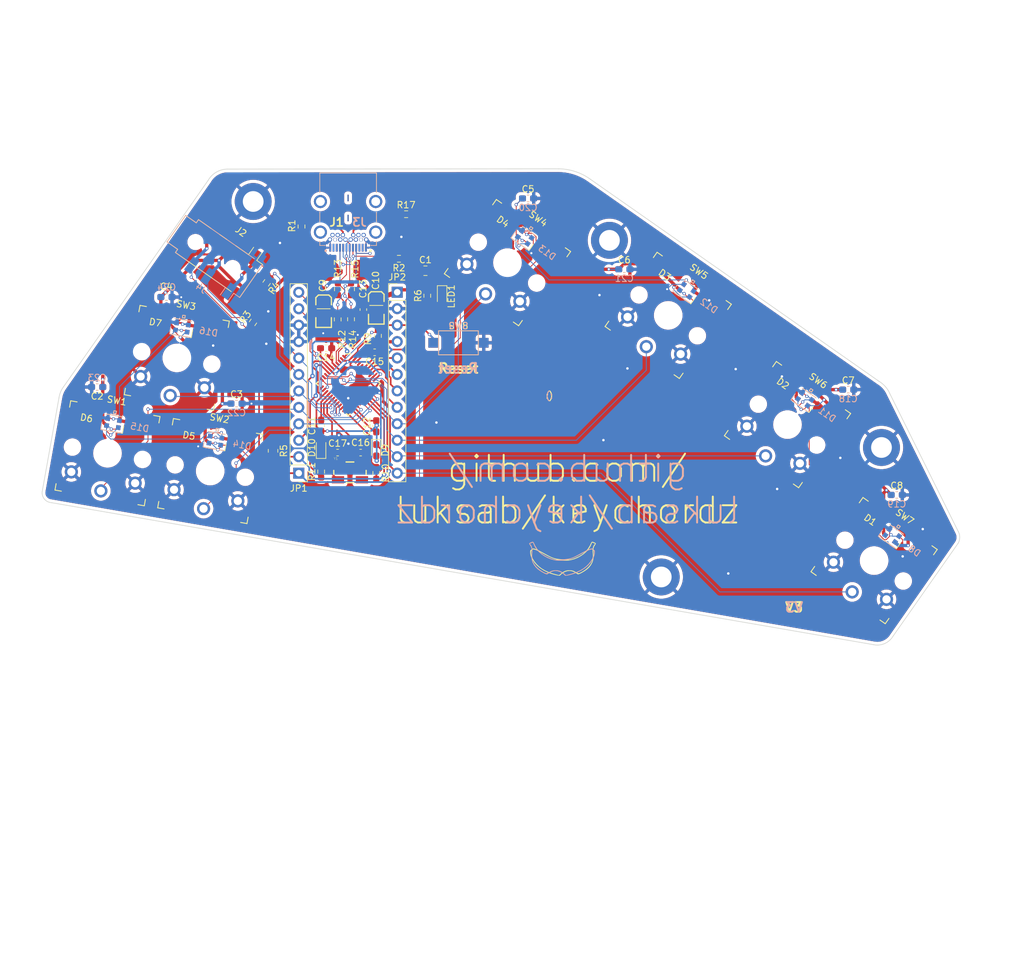
<source format=kicad_pcb>
(kicad_pcb (version 20211014) (generator pcbnew)
  (layers (0 "F.Cu" signal) (31 "B.Cu" signal) (34 "B.Paste" user) (35 "F.Paste" user) (36 "B.SilkS" user "B.Silkscreen") (37 "F.SilkS" user "F.Silkscreen") (38 "B.Mask" user) (39 "F.Mask" user) (44 "Edge.Cuts" user))
  (net 0 "")
  (net 1 "GND")
  (net 2 "LED_IN")
  (net 3 "Net-(D1-Pad4)")
  (net 4 "Net-(D2-Pad4)")
  (net 5 "Net-(D3-Pad4)")
  (net 6 "Net-(D4-Pad4)")
  (net 7 "Net-(D6-Pad4)")
  (net 8 "SDA")
  (net 9 "Net-(J1-PadA5)")
  (net 10 "BTN7")
  (net 11 "BTN6")
  (net 12 "BTN5")
  (net 13 "BTN4")
  (net 14 "BTN3")
  (net 15 "BTN2")
  (net 16 "BTN1")
  (net 17 "USB_D+")
  (net 18 "USB_D-")
  (net 20 "+5V")
  (net 21 "Net-(C14-Pad2)")
  (net 22 "/Pro Micro/AREF")
  (net 23 "Net-(C16-Pad1)")
  (net 24 "Net-(C17-Pad1)")
  (net 25 "/Pro Micro/D8")
  (net 26 "/Pro Micro/RXI")
  (net 27 "/Pro Micro/TXO")
  (net 28 "/Pro Micro/RESET")
  (net 29 "/Pro Micro/A3")
  (net 30 "/Pro Micro/A2")
  (net 31 "/Pro Micro/A1")
  (net 32 "/Pro Micro/A0")
  (net 33 "Net-(R10-Pad1)")
  (net 34 "/Pro Micro/D14")
  (net 35 "/Pro Micro/D11")
  (net 36 "/Pro Micro/D12")
  (net 37 "/Pro Micro/D13")
  (net 38 "/Pro Micro/A4")
  (net 39 "/Pro Micro/A5")
  (net 40 "Net-(D9-Pad1)")
  (net 41 "Net-(D10-Pad1)")
  (net 42 "Net-(LED1-Pad2)")
  (net 45 "SCK")
  (net 46 "Net-(J1-PadB5)")
  (net 47 "Net-(J1-PadB8)")
  (net 54 "Net-(J3-PadA6)")
  (net 55 "Net-(R15-Pad1)")
  (net 57 "Net-(D14-Pad4)")
  (net 58 "/Pro Micro/D7")
  (footprint "Capacitor_SMD:C_0603_1608Metric_Pad1.08x0.95mm_HandSolder" (layer "F.Cu") (at 124.3584 47.3202)
    (fp_text reference "C8")
    (fp_text value "LED")
  )
  (footprint "Library:SW_PG1350" (layer "F.Cu") (at 13.208 26.162 -10)
    (fp_text reference "SW3")
    (fp_text value "SW_Push")
  )
  (footprint "Library:SS52400002" (layer "F.Cu") (at 39.6494 3.6576 180)
    (fp_text reference "J1")
    (fp_text value "USB_C_Receptacle_USB2.0" hide)
  )
  (footprint "Capacitor_SMD:C_0805_2012Metric_Pad1.18x1.45mm_HandSolder" (layer "F.Cu") (at 51.5913 12.7)
    (fp_text reference "C1")
    (fp_text value "10µF")
  )
  (footprint "Button_Switch_SMD:SW_SPST_CK_RS282G05A3" (layer "F.Cu") (at 56.6928 23.8252)
    (fp_text reference "SW8")
    (fp_text value "SW_Push")
  )
  (footprint "Capacitor_SMD:C_0603_1608Metric_Pad1.08x0.95mm_HandSolder" (layer "F.Cu") (at 44.004021 36.727707 90)
    (fp_text reference "C12")
    (fp_text value "0.1uF")
  )
  (footprint "Capacitor_SMD:C_0603_1608Metric_Pad1.08x0.95mm_HandSolder" (layer "F.Cu") (at 43.750022 25.297709 180)
    (fp_text reference "C15")
    (fp_text value "0.1uF")
  )
  (footprint "Library:SW_PG1350" (layer "F.Cu") (at 64.259775 11.443296 -35)
    (fp_text reference "SW4")
    (fp_text value "SW_Push")
  )
  (footprint "Resistor_SMD:R_0603_1608Metric_Pad0.98x0.95mm_HandSolder" (layer "F.Cu") (at 27.071945 14.568402 -125)
    (fp_text reference "R4")
    (fp_text value "R_Small")
  )
  (footprint "Library:SW_PG1350" (layer "F.Cu") (at 89.074815 19.589918 -35)
    (fp_text reference "SW5")
    (fp_text value "SW_Push")
  )
  (footprint "Library:LED_WS2812B_PLCC4_2.2x2.2mm" (layer "F.Cu") (at 13.9954 21.463 -10)
    (fp_text reference "D7")
    (fp_text value "WS2812B")
  )
  (footprint "MountingHole:MountingHole_3.2mm_M3_ISO7380_Pad" (layer "F.Cu") (at 122 40)
    (fp_text reference "REF**" hide)
    (fp_text value "MountingHole_3.2mm_M3_ISO7380_Pad")
  )
  (footprint "Library:SW_PG1350" (layer "F.Cu") (at 2.509659 40.894984 -10)
    (fp_text reference "SW1")
    (fp_text value "SW_Push")
  )
  (footprint "Library:LED_WS2812B_PLCC4_2.2x2.2mm" (layer "F.Cu") (at 66.929 7.5438 -35)
    (fp_text reference "D4")
    (fp_text value "WS2812B")
  )
  (footprint "Capacitor_SMD:C_0603_1608Metric_Pad1.08x0.95mm_HandSolder" (layer "F.Cu") (at 0.9144 30.6578 180)
    (fp_text reference "C2")
    (fp_text value "LED")
  )
  (footprint "LED_SMD:LED_0603_1608Metric_Pad1.05x0.95mm_HandSolder" (layer "F.Cu") (at 35.481022 40.029711 90)
    (fp_text reference "D10")
    (fp_text value "Yellow")
  )
  (footprint "Library:LED_WS2812B_PLCC4_2.2x2.2mm" (layer "F.Cu") (at 123.644764 53.622685 -35)
    (fp_text reference "D1")
    (fp_text value "WS2812B")
  )
  (footprint "LOGO" (layer "F.Cu") (at 72.728846 56.983029 -95)
    (fp_text reference "G***" hide)
    (fp_text value "LOGO" hide)
  )
  (footprint "Resistor_SMD:R_0603_1608Metric_Pad0.98x0.95mm_HandSolder" (layer "F.Cu") (at 47.498 10.8458 180)
    (fp_text reference "R2")
    (fp_text value "5.1k")
  )
  (footprint "Connector_PinHeader_2.54mm:PinHeader_1x12_P2.54mm_Vertical" (layer "F.Cu") (at 32.035019 43.96771 180)
    (fp_text reference "JP1")
    (fp_text value "M12PTH")
  )
  (footprint "Resistor_SMD:R_0603_1608Metric_Pad0.98x0.95mm_HandSolder" (layer "F.Cu") (at 44.00402 43.943208 -90)
    (fp_text reference "R10")
    (fp_text value "330")
  )
  (footprint "Connector_PinHeader_2.54mm:PinHeader_1x12_P2.54mm_Vertical" (layer "F.Cu") (at 47.235022 16.01771)
    (fp_text reference "JP2")
    (fp_text value "M12PTH")
  )
  (footprint "Capacitor_SMD:C_0603_1608Metric_Pad1.08x0.95mm_HandSolder" (layer "F.Cu") (at 41.591022 40.791709 180)
    (fp_text reference "C16")
    (fp_text value "22pF")
  )
  (footprint "Library:EIA3216" (layer "F.Cu") (at 44.004021 18.43971 90)
    (fp_text reference "C10")
    (fp_text value "10uF")
  )
  (footprint "Library:LED_WS2812B_PLCC4_2.2x2.2mm" (layer "F.Cu") (at 19.177 38.9382 -10)
    (fp_text reference "D5")
    (fp_text value "WS2812B")
  )
  (footprint "Resistor_SMD:R_0603_1608Metric_Pad0.98x0.95mm_HandSolder" (layer "F.Cu") (at 40.1066 20.193 -90)
    (fp_text reference "R14")
    (fp_text value "22")
  )
  (footprint "LED_SMD:LED_0603_1608Metric_Pad1.05x0.95mm_HandSolder" (layer "F.Cu") (at 54.164023 16.661706 -90)
    (fp_text reference "LED1")
    (fp_text value "Red")
  )
  (footprint "Capacitor_SMD:C_0603_1608Metric_Pad1.08x0.95mm_HandSolder" (layer "F.Cu") (at 36.25702 24.665709 180)
    (fp_text reference "C14")
    (fp_text value "1uF")
  )
  (footprint "Resistor_SMD:R_0603_1608Metric_Pad0.98x0.95mm_HandSolder" (layer "F.Cu") (at 38.0746 15.5448 -90)
    (fp_text reference "R13")
    (fp_text value "22")
  )
  (footprint "Library:SW_PG1350" (layer "F.Cu") (at 107.491256 36.464974 -35)
    (fp_text reference "SW6")
    (fp_text value "SW_Push")
  )
  (footprint "Resistor_SMD:R_0603_1608Metric_Pad0.98x0.95mm_HandSolder" (layer "F.Cu") (at 40.1066 15.5448 -90)
    (fp_text reference "R15")
    (fp_text value "22")
  )
  (footprint "Library:CRYSTAL-SMD-5X3" (layer "F.Cu") (at 39.940021 43.839707)
    (fp_text reference "Y1")
    (fp_text value "16MHz")
  )
  (footprint "Library:QFN-44-NOPAD_1_1-OUTFAKES" (layer "F.Cu") (at 39.686018 30.126711 -45)
    (fp_text reference "U3" hide)
    (fp_text value "ATMEGA32U4")
  )
  (footprint "Capacitor_SMD:C_0603_1608Metric_Pad1.08x0.95mm_HandSolder" (layer "F.Cu") (at 82.296 12.4714)
    (fp_text reference "C6")
    (fp_text value "LED")
  )
  (footprint "Capacitor_SMD:C_0603_1608Metric_Pad1.08x0.95mm_HandSolder" (layer "F.Cu") (at 35.495021 36.62721 90)
    (fp_text reference "C11")
    (fp_text value "1uF")
  )
  (footprint "MountingHole:MountingHole_3.2mm_M3_ISO7380_Pad" (layer "F.Cu") (at 88 60)
    (fp_text reference "REF**" hide)
    (fp_text value "MountingHole_3.2mm_M3_ISO7380_Pad")
  )
  (footprint "Connector_Audio:Jack_3.5mm_PJ320D_Horizontal" (layer "F.Cu") (at 20 11 -35)
    (fp_text reference "J2")
    (fp_text value "AudioPlug4")
  )
  (footprint "Capacitor_SMD:C_0603_1608Metric_Pad1.08x0.95mm_HandSolder" (layer "F.Cu") (at 11.6089 16.764)
    (fp_text reference "C4")
    (fp_text value "LED")
  )
  (footprint "Resistor_SMD:R_0805_2012Metric_Pad1.20x1.40mm_HandSolder" (layer "F.Cu") (at 28.067 40.513 -90)
    (fp_text reference "R5")
    (fp_text value "R/L select")
  )
  (footprint "Resistor_SMD:R_0603_1608Metric_Pad0.98x0.95mm_HandSolder" (layer "F.Cu") (at 32.4612 5.8674 -90)
    (fp_text reference "R1")
    (fp_text value "5.1k")
  )
  (footprint "Library:LED_WS2812B_PLCC4_2.2x2.2mm" (layer "F.Cu") (at 91.9226 15.7734 -35)
    (fp_text reference "D3")
    (fp_text value "WS2812B")
  )
  (footprint "Resistor_SMD:R_0603_1608Metric_Pad0.98x0.95mm_HandSolder" (layer "F.Cu") (at 48.611934 3.966065)
    (fp_text reference "R17")
    (fp_text value "5.1k")
  )
  (footprint "Resistor_SMD:R_0603_1608Metric_Pad0.98x0.95mm_HandSolder" (layer "F.Cu") (at 38.0492 20.2184 -90)
    (fp_text reference "R12")
    (fp_text value "22")
  )
  (footprint "Capacitor_SMD:C_0603_1608Metric_Pad1.08x0.95mm_HandSolder" (layer "F.Cu") (at 42.0116 18.6944 90)
    (fp_text reference "C13")
    (fp_text value "1uF")
  )
  (footprint "Capacitor_SMD:C_0603_1608Metric_Pad1.08x0.95mm_HandSolder" (layer "F.Cu") (at 67.437 1.524)
    (fp_text reference "C5")
    (fp_text value "LED")
  )
  (footprint "Library:SW_PG1350" (layer "F.Cu") (at 120.859834 57.471942 -35)
    (fp_text reference "SW7")
    (fp_text value "SW_Push")
  )
  (footprint "MountingHole:MountingHole_3.2mm_M3_ISO7380_Pad" (layer "F.Cu") (at 80 8)
    (fp_text reference "REF**" hide)
    (fp_text value "MountingHole_3.2mm_M3_ISO7380_Pad")
  )
  (footprint "Capacitor_SMD:C_0603_1608Metric_Pad1.08x0.95mm_HandSolder" (layer "F.Cu") (at 38.035021 40.791707)
    (fp_text reference "C17")
    (fp_text value "22pF")
  )
  (footprint "Resistor_SMD:R_0603_1608Metric_Pad0.98x0.95mm_HandSolder" (layer "F.Cu") (at 24.9682 20.6756 55)
    (fp_text reference "R3")
    (fp_text value "R_Small")
  )
  (footprint "Library:EIA3216" (layer "F.Cu") (at 35.876022 18.94771 90)
    (fp_text reference "C9")
    (fp_text value "10uF")
  )
  (footprint "MountingHole:MountingHole_3.2mm_M3_ISO7380_Pad" (layer "F.Cu") (at 25 2)
    (fp_text reference "REF**" hide)
    (fp_text value "MountingHole_3.2mm_M3_ISO7380_Pad")
  )
  (footprint "Capacitor_SMD:C_0603_1608Metric_Pad1.08x0.95mm_HandSolder" (layer "F.Cu") (at 22.434525 33.210367)
    (fp_text reference "C3")
    (fp_text value "LED")
  )
  (footprint "Library:LED_WS2812B_PLCC4_2.2x2.2mm" (layer "F.Cu") (at 110.1598 32.5628 -35)
    (fp_text reference "D2")
    (fp_text value "WS2812B")
  )
  (footprint "Library:SW_PG1350" (layer "F.Cu") (at 18.364567 43.639539 -10)
    (fp_text reference "SW2")
    (fp_text value "SW_Push")
  )
  (footprint "Resistor_SMD:R_0603_1608Metric_Pad0.98x0.95mm_HandSolder" (layer "F.Cu") (at 35.495021 43.71571 90)
    (fp_text reference "R11")
    (fp_text value "330")
  )
  (footprint "Resistor_SMD:R_0603_1608Metric_Pad0.98x0.95mm_HandSolder" (layer "F.Cu") (at 51.878022 16.558211 90)
    (fp_text reference "R6")
    (fp_text value "1K")
  )
  (footprint "Resistor_SMD:R_0603_1608Metric_Pad0.98x0.95mm_HandSolder" (layer "F.Cu") (at 44.258022 22.757709 -90)
    (fp_text reference "R9")
    (fp_text value "10K")
  )
  (footprint "Capacitor_SMD:C_0603_1608Metric_Pad1.08x0.95mm_HandSolder" (layer "F.Cu") (at 116.8654 31.0642)
    (fp_text reference "C7")
    (fp_text value "LED")
  )
  (footprint "Library:LED_WS2812B_PLCC4_2.2x2.2mm" (layer "F.Cu") (at 3.364602 36.227778 -10)
    (fp_text reference "D6")
    (fp_text value "WS2812B")
  )
  (footprint "LED_SMD:LED_0603_1608Metric_Pad1.05x0.95mm_HandSolder" (layer "F.Cu") (at 44.004023 40.424707 -90)
    (fp_text reference "D9")
    (fp_text value "Green")
  )
  (footprint "Library:SS52400002" (layer "B.Cu") (at 39.6494 3.6576)
    (fp_text reference "J3")
    (fp_text value "USB_C_Receptacle_USB2.0" hide)
  )
  (footprint "Library:LED_WS2812B_PLCC4_2.2x2.2mm" (layer "B.Cu") (at 110.1598 32.5628 145)
    (fp_text reference "D11")
    (fp_text value "WS2812B")
  )
  (footprint "Capacitor_SMD:C_0603_1608Metric_Pad1.08x0.95mm_HandSolder" (layer "B.Cu") (at 11.6089 16.764)
    (fp_text reference "C24")
    (fp_text value "LED")
  )
  (footprint "Library:LED_WS2812B_PLCC4_2.2x2.2mm" (layer "B.Cu") (at 91.9226 15.7734 145)
    (fp_text reference "D12")
    (fp_text value "WS2812B")
  )
  (footprint "Capacitor_SMD:C_0603_1608Metric_Pad1.08x0.95mm_HandSolder" (layer "B.Cu") (at 22.4271 33.2232)
    (fp_text reference "C22")
    (fp_text value "LED")
  )
  (footprint "Capacitor_SMD:C_0603_1608Metric_Pad1.08x0.95mm_HandSolder" (layer "B.Cu") (at 116.8654 31.0642)
    (fp_text reference "C18")
    (fp_text value "LED")
  )
  (footprint "Library:LED_WS2812B_PLCC4_2.2x2.2mm" (layer "B.Cu") (at 66.929 7.5438 145)
    (fp_text reference "D13")
    (fp_text value "WS2812B")
  )
  (footprint "Library:LED_WS2812B_PLCC4_2.2x2.2mm" (layer "B.Cu") (at 123.644764 53.622685 145)
    (fp_text reference "D8")
    (fp_text value "WS2812B")
  )
  (footprint "Library:LED_WS2812B_PLCC4_2.2x2.2mm" (layer "B.Cu") (at 3.364602 36.227778 170)
    (fp_text reference "D15")
    (fp_text value "WS2812B")
  )
  (footprint "Connector_Audio:Jack_3.5mm_PJ320D_Horizontal" (layer "B.Cu") (at 20 11 -35)
    (fp_text reference "J4")
    (fp_text value "AudioPlug4")
  )
  (footprint "Button_Switch_SMD:SW_SPST_CK_RS282G05A3" (layer "B.Cu") (at 56.6928 23.8252 180)
    (fp_text reference "SW9")
    (fp_text value "SW_Push")
  )
  (footprint "Capacitor_SMD:C_0603_1608Metric_Pad1.08x0.95mm_HandSolder" (layer "B.Cu") (at 0.9155 30.6578 180)
    (fp_text reference "C23")
    (fp_text value "LED")
  )
  (footprint "Capacitor_SMD:C_0603_1608Metric_Pad1.08x0.95mm_HandSolder" (layer "B.Cu") (at 124.3584 47.3202)
    (fp_text reference "C19")
    (fp_text value "LED")
  )
  (footprint "Capacitor_SMD:C_0603_1608Metric_Pad1.08x0.95mm_HandSolder" (layer "B.Cu") (at 67.4381 1.524)
    (fp_text reference "C20")
    (fp_text value "LED")
  )
  (footprint "Capacitor_SMD:C_0603_1608Metric_Pad1.08x0.95mm_HandSolder" (layer "B.Cu") (at 82.296 12.4714)
    (fp_text reference "C21")
    (fp_text value "LED")
  )
  (footprint "LOGO" (layer "B.Cu") (at 72.779293 56.986212 -85)
    (fp_text reference "G***" hide)
    (fp_text value "LOGO" hide)
  )
  (footprint "Library:LED_WS2812B_PLCC4_2.2x2.2mm" (layer "B.Cu") (at 13.9954 21.463 170)
    (fp_text reference "D16")
    (fp_text value "WS2812B")
  )
  (footprint "Library:LED_WS2812B_PLCC4_2.2x2.2mm" (layer "B.Cu") (at 19.177 38.9382 170)
    (fp_text reference "D14")
    (fp_text value "WS2812B")
  )
  (gr_arc (start 72.136 -3.048) (mid 74.743061 -2.61846) (end 77.092125 -1.408846) (layer "Edge.Cuts") (width 0.1))
  (gr_line (start 123.787715 69.140829) (end 133.825302 54.805668) (layer "Edge.Cuts") (width 0.1))
  (gr_arc (start 18.034676 -1.245923) (mid 19.277227 -2.51336) (end 20.984133 -3) (layer "Edge.Cuts") (width 0.1))
  (gr_line (start -6.206911 48.510516) (end 120.789142 70.459374) (layer "Edge.Cuts") (width 0.1))
  (gr_line (start 18.034676 -1.245923) (end -4.277447 30.619092) (layer "Edge.Cuts") (width 0.1))
  (gr_arc (start 123.787715 69.140829) (mid 122.499184 70.279386) (end 120.789142 70.459374) (layer "Edge.Cuts") (width 0.1))
  (gr_arc (start -6.206911 48.510516) (mid -7.253672 47.945433) (end -7.572383 46.799374) (layer "Edge.Cuts") (width 0.1))
  (gr_line (start -4.982224 32.322996) (end -7.572383 46.799374) (layer "Edge.Cuts") (width 0.1))
  (gr_line (start 72.136 -3.048) (end 20.984133 -3) (layer "Edge.Cuts") (width 0.1))
  (gr_arc (start -4.982224 32.322996) (mid -4.734177 31.427886) (end -4.277447 30.619092) (layer "Edge.Cuts") (width 0.1))
  (gr_arc (start 133.866515 53.003363) (mid 134.082742 53.909931) (end 133.825302 54.805668) (layer "Edge.Cuts") (width 0.1))
  (gr_line (start 121.641232 29.793833) (end 77.092125 -1.408846) (layer "Edge.Cuts") (width 0.1))
  (gr_arc (start 121.641232 29.793833) (mid 122.611427 30.606123) (end 123.285009 31.677282) (layer "Edge.Cuts") (width 0.1))
  (gr_line (start 133.866515 53.003363) (end 123.285009 31.677282) (layer "Edge.Cuts") (width 0.1))
  (gr_text "github.com/\nluksab/keychordz" (at 73.533 46.5328) (layer "B.SilkS") (effects (font (size 4 4) (thickness 0.3)) (justify mirror)))
  (gr_text ":)" (at 70.7136 31.9532) (layer "B.SilkS") (effects (font (size 1 1)) (justify mirror)))
  (gr_text "Reset" (at 56.66575 27.777833) (layer "B.SilkS") (effects (font (size 1.5 1.5) (thickness 0.3)) (justify mirror)))
  (gr_text "V3" (at 108.5088 64.6938) (layer "B.SilkS") (effects (font (size 1.5 1.5) (thickness 0.3)) (justify mirror)))
  (gr_text "V3" (at 108.5088 64.6938) (layer "F.SilkS") (effects (font (size 1.5 1.5) (thickness 0.3))))
  (gr_text "Reset" (at 56.6674 27.7876) (layer "F.SilkS") (effects (font (size 1.5 1.5) (thickness 0.3))))
  (gr_text "github.com/\nluksab/keychordz" (at 73.482553 46.529617) (layer "F.SilkS") (effects (font (size 4 4) (thickness 0.3))))
  (gr_text ":)" (at 70.739 31.9532) (layer "F.SilkS") (effects (font (size 1 1))))
  (segment (start 43.823955 30.742955) (end 43.053 29.972) (width 0.254) (layer "F.Cu") (net 1))
  (segment (start 37.67536 27.38836) (end 37.211 26.924) (width 0.254) (layer "F.Cu") (net 1))
  (segment (start 43.439694 29.161864) (end 43.482136 29.161864) (width 0.254) (layer "F.Cu") (net 1))
  (segment (start 36.629549 31.788765) (end 36.664235 31.788765) (width 0.254) (layer "F.Cu") (net 1))
  (segment (start 37.211 26.924) (end 37.211 26.289) (width 0.254) (layer "F.Cu") (net 1))
  (segment (start 42.3994 7.9376) (end 42.4494 7.8876) (width 0.127) (layer "F.Cu") (net 1))
  (segment (start 40.302262 34.206262) (end 39.751 33.655) (width 0.254) (layer "F.Cu") (net 1))
  (segment (start 40.132 27.4574) (end 39.6494 27.94) (width 0.254) (layer "F.Cu") (net 1))
  (segment (start 41.529 25.4949) (end 41.529 25.146) (width 0.254) (layer "F.Cu") (net 1))
  (segment (start 38.227 38.1) (end 38.897521 38.770521) (width 0.127) (layer "F.Cu") (net 1))
  (segment (start 40.650865 26.405135) (end 40.005 27.051) (width 0.254) (layer "F.Cu") (net 1))
  (segment (start 44.004021 37.590207) (end 43.686207 37.590207) (width 0.254) (layer "F.Cu") (net 1))
  (segment (start 39.6494 27.94) (end 38.227 27.94) (width 0.254) (layer "F.Cu") (net 1))
  (segment (start 23.297025 33.210367) (end 24.726767 33.210367) (width 0.508) (layer "F.Cu") (net 1))
  (segment (start 46.1772 24.8666) (end 46.0756 24.8666) (width 0.254) (layer "F.Cu") (net 1))
  (segment (start 39.751 33.655) (end 39.751 33.147) (width 0.254) (layer "F.Cu") (net 1))
  (segment (start 37.67536 27.418846) (end 37.705846 27.418846) (width 0.254) (layer "F.Cu") (net 1))
  (segment (start 46.1772 24.8666) (end 48.1838 24.8666) (width 0.254) (layer "F.Cu") (net 1))
  (segment (start 68.245296 7.869394) (end 68.245296 9.681904) (width 0.127) (layer "F.Cu") (net 1))
  (segment (start 36.8994 7.9376) (end 36.8494 7.8876) (width 0.127) (layer "F.Cu") (net 1))
  (segment (start 46.0756 24.8666) (end 46.0248 24.9174) (width 0.254) (layer "F.Cu") (net 1))
  (segment (start 68.245296 9.681904) (end 67.945 9.9822) (width 0.127) (layer "F.Cu") (net 1))
  (segment (start 43.72052 19.556209) (end 44.004021 19.83971) (width 0.254) (layer "F.Cu") (net 1))
  (segment (start 36.629549 31.823451) (end 35.495021 32.957979) (width 0.254) (layer "F.Cu") (net 1))
  (segment (start 36.8994 9.1376) (end 36.8994 7.9376) (width 0.127) (layer "F.Cu") (net 1))
  (segment (start 37.67536 27.418846) (end 37.67536 27.38836) (width 0.254) (layer "F.Cu") (net 1))
  (segment (start 43.053 29.548558) (end 43.439694 29.161864) (width 0.254) (layer "F.Cu") (net 1))
  (segment (start 40.005 27.3304) (end 40.132 27.4574) (width 0.254) (layer "F.Cu") (net 1))
  (segment (start 43.788298 30.742955) (end 43.823955 30.742955) (width 0.254) (layer "F.Cu") (net 1))
  (segment (start 37.705846 27.418846) (end 38.227 27.94) (width 0.254) (layer "F.Cu") (net 1))
  (segment (start 42.3994 9.1376) (end 42.3994 7.9376) (width 0.127) (layer "F.Cu") (net 1))
  (segment (start 124.709755 53.696974) (end 125.2728 54.260019) (width 0.127) (layer "F.Cu") (net 1))
  (segment (start 24.726767 33.210367) (end 24.7396 33.2232) (width 0.508) (layer "F.Cu") (net 1))
  (segment (start 36.664235 31.788765) (end 37.465 30.988) (width 0.254) (layer "F.Cu") (net 1))
  (segment (start 36.629549 31.788765) (end 36.629549 31.823451) (width 0.254) (layer "F.Cu") (net 1))
  (segment (start 38.897521 38.770521) (end 38.897521 40.791707) (width 0.127) (layer "F.Cu") (net 1))
  (segment (start 35.495021 32.957979) (end 35.495021 35.76471) (width 0.254) (layer "F.Cu") (net 1))
  (segment (start 67.993991 7.618089) (end 68.245296 7.869394) (width 0.127) (layer "F.Cu") (net 1))
  (segment (start 40.650865 26.373035) (end 41.529 25.4949) (width 0.254) (layer "F.Cu") (net 1))
  (segment (start 40.302262 34.228991) (end 40.302262 34.206262) (width 0.254) (layer "F.Cu") (net 1))
  (segment (start 43.482136 29.161864) (end 44.069 28.575) (width 0.254) (layer "F.Cu") (net 1))
  (segment (start 40.650865 26.373035) (end 40.650865 26.405135) (width 0.254) (layer "F.Cu") (net 1))
  (segment (start 43.686207 37.590207) (end 39.751 33.655) (width 0.254) (layer "F.Cu") (net 1))
  (segment (start 43.053 29.972) (end 43.053 29.548558) (width 0.254) (layer "F.Cu") (net 1))
  (segment (start 125.2728 54.260019) (end 125.2728 56.8198) (width 0.127) (layer "F.Cu") (net 1))
  (segment (start 40.005 27.051) (end 40.005 27.3304) (width 0.254) (layer "F.Cu") (net 1))
  (segment (start 41.718022 19.556209) (end 43.72052 19.556209) (width 0.254) (layer "F.Cu") (net 1))
  (via (at 67.945 9.9822) (size 0.6858) (drill 0.3302) (layers "F.Cu" "B.Cu") (net 1))
  (via (at 95.4024 17.272) (size 0.889) (drill 0.381) (layers "F.Cu" "B.Cu") (net 1))
  (via (at 39.7002 39.4208) (size 0.889) (drill 0.381) (layers "F.Cu" "B.Cu") (net 1))
  (via (at 78.4606 16.4592) (size 0.889) (drill 0.381) (layers "F.Cu" "B.Cu") (net 1))
  (via (at 125.2728 56.8198) (size 0.889) (drill 0.381) (layers "F.Cu" "B.Cu") (net 1))
  (via (at 16.51 39.8272) (size 0.5) (drill 0.3) (layers "F.Cu" "B.Cu") (net 1))
  (via (at 82.7786 27.7876) (size 0.889) (drill 0.381) (layers "F.Cu" "B.Cu") (net 1))
  (via (at 29.1338 8.4074) (size 0.889) (drill 0.381) (layers "F.Cu" "B.Cu") (net 1))
  (via (at 24.7396 33.2232) (size 0.5) (drill 0.3) (layers "F.Cu" "B.Cu") (net 1))
  (via (at 38.227 38.1) (size 0.6858) (drill 0.3302) (layers "F.Cu" "B.Cu") (net 1))
  (via (at 106.6292 29.0322) (size 0.889) (drill 0.381) (layers "F.Cu" "B.Cu") (net 1))
  (via (at 53.2892 36.1442) (size 0.889) (drill 0.381) (layers "F.Cu" "B.Cu") (net 1))
  (via (at 41.148 22.606) (size 0.5) (drill 0.3) (layers "F.Cu" "B.Cu") (net 1))
  (via (at 128.3716 52.6034) (size 0.889) (drill 0.381) (layers "F.Cu" "B.Cu") (net 1))
  (via (at 44.4754 31.5468) (size 0.5) (drill 0.3) (layers "F.Cu" "B.Cu") (net 1))
  (via (at 46.0248 24.9174) (size 0.5) (drill 0.3) (layers "F.Cu" "B.Cu") (net 1))
  (via (at 39.6748 32.385) (size 0.889) (drill 0.381) (layers "F.Cu" "B.Cu") (net 1))
  (via (at 79.0702 38.862) (size 0.889) (drill 0.381) (layers "F.Cu" "B.Cu") (net 1))
  (via (at 115.6462 41.6052) (size 0.889) (drill 0.381) (layers "F.Cu" "B.Cu") (net 1))
  (via (at 27.3304 18.9738) (size 0.889) (drill 0.381) (layers "F.Cu" "B.Cu") (net 1))
  (via (at 88.9 15.5448) (size 0.5) (drill 0.3) (layers "F.Cu" "B.Cu") (net 1))
  (via (at 105.8926 46.4058) (size 0.889) (drill 0.381) (layers "F.Cu" "B.Cu") (net 1))
  (via (at 47.879 7.4676) (size 0.889) (drill 0.381) (layers "F.Cu" "B.Cu") (net 1))
  (via (at 99.4918 27.8892) (size 0.889) (drill 0.381) (layers "F.Cu" "B.Cu") (net 1))
  (via (at 18.8214 24.257) (size 0.889) (drill 0.381) (layers "F.Cu" "B.Cu") (net 1))
  (via (at 98.3488 59.4614) (size 0.889) (drill 0.381) (layers "F.Cu" "B.Cu") (net 1))
  (via (at 27.0256 23.9776) (size 0.889) (drill 0.381) (layers "F.Cu" "B.Cu") (net 1))
  (via (at 35.814 22.352) (size 0.5) (drill 0.3) (layers "F.Cu" "B.Cu") (net 1))
  (via (at 13.8938 16.7894) (size 0.5) (drill 0.3) (layers "F.Cu" "B.Cu") (net 1))
  (segment (start 31.2928 40.132) (end 33.9344 40.132) (width 0.254) (layer "B.Cu") (net 1))
  (segment (start 38.227 38.1) (end 38.3794 38.1) (width 0.127) (layer "B.Cu") (net 1))
  (segment (start 44.9072 40.0304) (end 44.704 39.8272) (width 0.254) (layer "B.Cu") (net 1))
  (segment (start 36.8994 7.9376) (end 36.8494 7.8876) (width 0.127) (layer "B.Cu") (net 1))
  (segment (start 91.488543 14.798044) (end 89.646756 14.798044) (width 0.127) (layer "B.Cu") (net 1))
  (segment (start 18.099532 38.237668) (end 16.51 39.8272) (width 0.127) (layer "B.Cu") (net 1))
  (segment (start 44.5008 31.5468) (end 44.4754 31.5468) (width 0.254) (layer "B.Cu") (net 1))
  (segment (start 44.704 31.75) (end 44.5008 31.5468) (width 0.254) (layer "B.Cu") (net 1))
  (segment (start 38.3794 38.1) (end 39.7002 39.4208) (width 0.127) (layer "B.Cu") (net 1))
  (segment (start 42.4494 7.8876) (end 42.4494 9.0876) (width 0.127) (layer "B.Cu") (net 1))
  (segment (start 36.8994 9.1376) (end 36.8994 7.9376) (width 0.127) (layer "B.Cu") (net 1))
  (segment (start 42.4494 9.0876) (end 42.3994 9.1376) (width 0.127) (layer "B.Cu") (net 1))
  (segment (start 12.4714 16.764) (end 13.8684 16.764) (width 0.127) (layer "B.Cu") (net 1))
  (segment (start 37.846 29.591) (end 37.846 29.845) (width 0.254) (layer "B.Cu") (net 1))
  (segment (start 38.735 28.702) (end 37.846 29.591) (width 0.254) (layer "B.Cu") (net 1))
  (segment (start 44.704 38.7604) (end 44.704 31.75) (width 0.254) (layer "B.Cu") (net 1))
  (segment (start 13.8684 16.764) (end 13.8938 16.7894) (width 0.127) (layer "B.Cu") (net 1))
  (segment (start 18.371407 38.237668) (end 18.099532 38.237668) (width 0.127) (layer "B.Cu") (net 1))
  (segment (start 44.704 39.8272) (end 44.704 38.7604) (width 0.254) (layer "B.Cu") (net 1))
  (segment (start 89.646756 14.798044) (end 88.9 15.5448) (width 0.127) (layer "B.Cu") (net 1))
  (segment (start 24.7396 33.2232) (end 23.2896 33.2232) (width 0.508) (layer "B.Cu") (net 1))
  (segment (start 45.9448 43.681755) (end 45.704932 43.441887) (width 0.254) (layer "F.Cu") (net 2))
  (segment (start 14.724475 19.2278) (end 13.189807 20.762468) (width 0.254) (layer "F.Cu") (net 2))
  (segment (start 13.189807 20.762468) (end 13.904468 20.762468) (width 0.254) (layer "F.Cu") (net 2))
  (segment (start 45.577582 35.321068) (end 42.393883 32.137369) (width 0.254) (layer "F.Cu") (net 2))
  (segment (start 45.704932 35.321068) (end 45.577582 35.321068) (width 0.254) (layer "F.Cu") (net 2))
  (segment (start 18.8214 19.2278) (end 14.724475 19.2278) (width 0.254) (layer "F.Cu") (net 2))
  (segment (start 13.904468 20.762468) (end 14.097 20.955) (width 0.254) (layer "F.Cu") (net 2))
  (segment (start 29.009626 43.96771) (end 25.908 40.866084) (width 0.254) (layer "F.Cu") (net 2))
  (segment (start 25.908 40.866084) (end 25.908 26.3144) (width 0.254) (layer "F.Cu") (net 2))
  (segment (start 45.704932 43.441887) (end 45.704932 35.321068) (width 0.254) (layer "F.Cu") (net 2))
  (segment (start 25.908 26.3144) (end 18.8214 19.2278) (width 0.254) (layer "F.Cu") (net 2))
  (segment (start 32.035019 43.96771) (end 29.009626 43.96771) (width 0.254) (layer "F.Cu") (net 2))
  (via (at 14.097 20.955) (size 0.5) (drill 0.3) (layers "F.Cu" "B.Cu") (net 2))
  (via (at 45.9448 43.681755) (size 0.6858) (drill 0.3302) (layers "F.Cu" "B.Cu") (net 2))
  (segment (start 14.866762 20.955) (end 14.992006 21.080244) (width 0.254) (layer "B.Cu") (net 2))
  (segment (start 32.035019 43.973019) (end 33.401 45.339) (width 0.254) (layer "B.Cu") (net 2))
  (segment (start 44.958 45.339) (end 45.974 44.323) (width 0.254) (layer "B.Cu") (net 2))
  (segment (start 45.9448 44.2938) (end 45.9448 43.681755) (width 0.254) (layer "B.Cu") (net 2))
  (segment (start 14.097 20.955) (end 14.866762 20.955) (width 0.254) (layer "B.Cu") (net 2))
  (segment (start 32.035019 43.96771) (end 32.035019 43.973019) (width 0.254) (layer "B.Cu") (net 2))
  (segment (start 33.401 45.339) (end 44.958 45.339) (width 0.254) (layer "B.Cu") (net 2))
  (segment (start 123.257248 53.534248) (end 123.257248 52.69387) (width 0.127) (layer "F.Cu") (net 3))
  (segment (start 110.019813 34.1122) (end 110.593857 33.538156) (width 0.127) (layer "F.Cu") (net 3))
  (segment (start 109.601 34.1122) (end 110.019813 34.1122) (width 0.127) (layer "F.Cu") (net 3))
  (segment (start 123.4002 53.534248) (end 123.460854 53.473594) (width 0.127) (layer "F.Cu") (net 3))
  (segment (start 122.744432 54.225871) (end 123.257248 53.713055) (width 0.127) (layer "F.Cu") (net 3))
  (segment (start 123.257248 53.713055) (end 123.257248 53.534248) (width 0.127) (layer "F.Cu") (net 3))
  (segment (start 110.845162 33.789461) (end 110.845162 42.655919) (width 0.127) (layer "F.Cu") (net 3))
  (segment (start 122.415114 54.225871) (end 122.744432 54.225871) (width 0.127) (layer "F.Cu") (net 3))
  (segment (start 110.593857 33.538156) (end 110.845162 33.789461) (width 0.127) (layer "F.Cu") (net 3))
  (segment (start 110.845162 42.655919) (end 122.415114 54.225871) (width 0.127) (layer "F.Cu") (net 3))
  (segment (start 123.257248 52.69387) (end 123.210707 52.647329) (width 0.127) (layer "F.Cu") (net 3))
  (segment (start 123.257248 53.534248) (end 123.4002 53.534248) (width 0.127) (layer "F.Cu") (net 3))
  (via (at 109.601 34.1122) (size 0.5) (drill 0.3) (layers "F.Cu" "B.Cu") (net 3))
  (via (at 123.460854 53.473594) (size 0.5) (drill 0.3) (layers "F.Cu" "B.Cu") (net 3))
  (segment (start 109.094809 32.488511) (end 109.094809 33.606009) (width 0.127) (layer "B.Cu") (net 3))
  (segment (start 109.094809 33.606009) (end 109.601 34.1122) (width 0.127) (layer "B.Cu") (net 3))
  (segment (start 123.460854 53.473594) (end 123.684234 53.696974) (width 0.127) (layer "B.Cu") (net 3))
  (segment (start 123.684234 53.696974) (end 124.709755 53.696974) (width 0.127) (layer "B.Cu") (net 3))
  (segment (start 109.1438 33.5534) (end 109.2454 33.5534) (width 0.127) (layer "F.Cu") (net 4))
  (segment (start 92.356657 16.748756) (end 109.1438 33.535899) (width 0.127) (layer "F.Cu") (net 4))
  (segment (start 109.725743 31.587444) (end 109.946444 31.587444) (width 0.127) (layer "F.Cu") (net 4))
  (segment (start 109.1438 33.535899) (end 109.1438 33.5534) (width 0.127) (layer "F.Cu") (net 4))
  (segment (start 92.059756 16.748756) (end 91.5416 16.2306) (width 0.127) (layer "F.Cu") (net 4))
  (segment (start 92.356657 16.748756) (end 92.059756 16.748756) (width 0.127) (layer "F.Cu") (net 4))
  (segment (start 109.2454 33.5534) (end 109.8296 32.9692) (width 0.127) (layer "F.Cu") (net 4))
  (segment (start 109.946444 31.587444) (end 110.4646 32.1056) (width 0.127) (layer "F.Cu") (net 4))
  (via (at 109.8296 32.9692) (size 0.5) (drill 0.3) (layers "F.Cu" "B.Cu") (net 4))
  (via (at 91.5416 16.2306) (size 0.5) (drill 0.3) (layers "F.Cu" "B.Cu") (net 4))
  (via (at 110.4646 32.1056) (size 0.5) (drill 0.3) (layers "F.Cu" "B.Cu") (net 4))
  (segment (start 109.8296 32.9692) (end 110.161711 32.637089) (width 0.127) (layer "B.Cu") (net 4))
  (segment (start 110.4646 32.1056) (end 110.693302 32.1056) (width 0.127) (layer "B.Cu") (net 4))
  (segment (start 110.161711 32.637089) (end 111.224791 32.637089) (width 0.127) (layer "B.Cu") (net 4))
  (segment (start 110.693302 32.1056) (end 111.224791 32.637089) (width 0.127) (layer "B.Cu") (net 4))
  (segment (start 91.389098 16.2306) (end 90.857609 15.699111) (width 0.127) (layer "B.Cu") (net 4))
  (segment (start 91.5416 16.2306) (end 91.389098 16.2306) (width 0.127) (layer "B.Cu") (net 4))
  (segment (start 66.870301 8.0264) (end 67.363057 8.519156) (width 0.127) (layer "F.Cu") (net 5))
  (segment (start 91.488543 14.501995) (end 91.869969 14.120569) (width 0.127) (layer "F.Cu") (net 5))
  (segment (start 91.488543 14.798044) (end 91.488543 14.501995) (width 0.127) (layer "F.Cu") (net 5))
  (segment (start 66.548 8.0264) (end 66.870301 8.0264) (width 0.127) (layer "F.Cu") (net 5))
  (via (at 91.869969 14.120569) (size 0.5) (drill 0.3) (layers "F.Cu" "B.Cu") (net 5))
  (via (at 66.548 8.0264) (size 0.5) (drill 0.3) (layers "F.Cu" "B.Cu") (net 5))
  (segment (start 70.699098 14.120569) (end 91.869969 14.120569) (width 0.127) (layer "B.Cu") (net 5))
  (segment (start 65.574589 7.758931) (end 65.574589 8.99606) (width 0.127) (layer "B.Cu") (net 5))
  (segment (start 65.864009 7.469511) (end 65.991111 7.469511) (width 0.127) (layer "B.Cu") (net 5))
  (segment (start 65.864009 7.469511) (end 65.574589 7.758931) (width 0.127) (layer "B.Cu") (net 5))
  (segment (start 65.991111 7.469511) (end 66.548 8.0264) (width 0.127) (layer "B.Cu") (net 5))
  (segment (start 92.987591 15.238191) (end 92.987591 15.847689) (width 0.127) (layer "B.Cu") (net 5))
  (segment (start 91.869969 14.120569) (end 92.987591 15.238191) (width 0.127) (layer "B.Cu") (net 5))
  (segment (start 65.574589 8.99606) (end 70.699098 14.120569) (width 0.127) (layer "B.Cu") (net 5))
  (segment (start 56.9722 16.9418) (end 56.9722 23.0632) (width 0.127) (layer "F.Cu") (net 6))
  (segment (start 56.9722 23.0632) (end 50.673 29.3624) (width 0.127) (layer "F.Cu") (net 6))
  (segment (start 65.8368 14.0716) (end 59.8424 14.0716) (width 0.127) (layer "F.Cu") (net 6))
  (segment (start 29.9974 47.1678) (end 22.468332 39.638732) (width 0.127) (layer "F.Cu") (net 6))
  (segment (start 19.982593 39.936007) (end 19.558 40.3606) (width 0.127) (layer "F.Cu") (net 6))
  (segment (start 67.41431 6.940614) (end 68.15865 6.940614) (width 0.127) (layer "F.Cu") (net 6))
  (segment (start 68.671466 7.45343) (end 68.671466 11.236934) (width 0.127) (layer "F.Cu") (net 6))
  (segment (start 67.78648 6.568444) (end 67.41431 6.940614) (width 0.127) (layer "F.Cu") (net 6))
  (segment (start 68.671466 11.236934) (end 65.8368 14.0716) (width 0.127) (layer "F.Cu") (net 6))
  (segment (start 50.673 29.3624) (end 50.673 47.1678) (width 0.127) (layer "F.Cu") (net 6))
  (segment (start 19.982593 39.638732) (end 19.982593 39.936007) (width 0.127) (layer "F.Cu") (net 6))
  (segment (start 22.468332 39.638732) (end 19.982593 39.638732) (width 0.127) (layer "F.Cu") (net 6))
  (segment (start 59.8424 14.0716) (end 56.9722 16.9418) (width 0.127) (layer "F.Cu") (net 6))
  (segment (start 66.690244 6.568444) (end 67.2084 7.0866) (width 0.127) (layer "F.Cu") (net 6))
  (segment (start 66.494943 6.568444) (end 66.690244 6.568444) (width 0.127) (layer "F.Cu") (net 6))
  (segment (start 50.673 47.1678) (end 29.9974 47.1678) (width 0.127) (layer "F.Cu") (net 6))
  (segment (start 66.494943 6.568444) (end 67.78648 6.568444) (width 0.127) (layer "F.Cu") (net 6))
  (segment (start 68.15865 6.940614) (end 68.671466 7.45343) (width 0.127) (layer "F.Cu") (net 6))
  (via (at 19.558 40.3606) (size 0.5) (drill 0.3) (layers "F.Cu" "B.Cu") (net 6))
  (via (at 67.2084 7.0866) (size 0.5) (drill 0.3) (layers "F.Cu" "B.Cu") (net 6))
  (segment (start 67.2084 7.0866) (end 67.462502 7.0866) (width 0.127) (layer "B.Cu") (net 6))
  (segment (start 18.518356 39.320956) (end 18.180394 39.320956) (width 0.127) (layer "B.Cu") (net 6))
  (segment (start 67.462502 7.0866) (end 67.993991 7.618089) (width 0.127) (layer "B.Cu") (net 6))
  (segment (start 19.558 40.3606) (end 18.518356 39.320956) (width 0.127) (layer "B.Cu") (net 6))
  (segment (start 2.559009 35.527246) (end 3.370846 35.527246) (width 0.127) (layer "F.Cu") (net 7))
  (segment (start 3.370846 35.527246) (end 3.429 35.5854) (width 0.127) (layer "F.Cu") (net 7))
  (segment (start 13.9192 21.9202) (end 14.557661 21.9202) (width 0.127) (layer "F.Cu") (net 7))
  (segment (start 14.557661 21.9202) (end 14.800993 22.163532) (width 0.127) (layer "F.Cu") (net 7))
  (via (at 3.429 35.5854) (size 0.5) (drill 0.3) (layers "F.Cu" "B.Cu") (net 7))
  (via (at 13.9192 21.9202) (size 0.5) (drill 0.3) (layers "F.Cu" "B.Cu") (net 7))
  (segment (start 12.998794 21.955775) (end 12.998794 21.845756) (width 0.127) (layer "B.Cu") (net 7))
  (segment (start 4.361208 35.845022) (end 4.361208 30.593361) (width 0.127) (layer "B.Cu") (net 7))
  (segment (start 4.101586 35.5854) (end 4.361208 35.845022) (width 0.127) (layer "B.Cu") (net 7))
  (segment (start 13.844756 21.845756) (end 13.9192 21.9202) (width 0.127) (layer "B.Cu") (net 7))
  (segment (start 12.998794 21.845756) (end 13.844756 21.845756) (width 0.127) (layer "B.Cu") (net 7))
  (segment (start 4.361208 30.593361) (end 12.998794 21.955775) (width 0.127) (layer "B.Cu") (net 7))
  (segment (start 3.429 35.5854) (end 4.101586 35.5854) (width 0.127) (layer "B.Cu") (net 7))
  (segment (start 17.8308 7.949167) (end 19.263316 6.516651) (width 0.508) (layer "F.Cu") (net 8))
  (segment (start 37.474011 33.733133) (end 37.474011 34.255589) (width 0.127) (layer "F.Cu") (net 8))
  (segment (start 37.474011 34.255589) (end 37.1348 34.5948) (width 0.127) (layer "F.Cu") (net 8))
  (segment (start 17.8308 9.271) (end 17.8308 7.949167) (width 0.508) (layer "F.Cu") (net 8))
  (segment (start 38.023964 33.18318) (end 37.474011 33.733133) (width 0.127) (layer "F.Cu") (net 8))
  (segment (start 21.680724 19.928124) (end 15.4432 13.6906) (width 0.127) (layer "F.Cu") (net 8))
  (segment (start 32.035019 26.18771) (end 25.775433 19.928124) (width 0.127) (layer "F.Cu") (net 8))
  (segment (start 25.491588 19.928124) (end 21.680724 19.928124) (width 0.127) (layer "F.Cu") (net 8))
  (segment (start 25.775433 19.928124) (end 25.491588 19.928124) (width 0.127) (layer "F.Cu") (net 8))
  (via (at 15.4432 13.6906) (size 0.5) (drill 0.3) (layers "F.Cu" "B.Cu") (net 8))
  (via (at 37.1348 34.5948) (size 0.5) (drill 0.3) (layers "F.Cu" "B.Cu") (net 8))
  (via (at 17.8308 9.271) (size 0.5) (drill 0.3) (layers "F.Cu" "B.Cu") (net 8))
  (segment (start 33.401 29.486469) (end 34.036 30.121469) (width 0.127) (layer "B.Cu") (net 8))
  (segment (start 15.535069 11.566731) (end 17.8308 9.271) (width 0.508) (layer "B.Cu") (net 8))
  (segment (start 37.245549 33.264989) (end 37.474011 33.493451) (width 0.127) (layer "B.Cu") (net 8))
  (segment (start 35.052 33.274) (end 35.56 33.274) (width 0.127) (layer "B.Cu") (net 8))
  (segment (start 15.4432 13.6906) (end 15.535069 13.598731) (width 0.127) (layer "B.Cu") (net 8))
  (segment (start 32.035019 26.18771) (end 33.401 27.553691) (width 0.127) (layer "B.Cu") (net 8))
  (segment (start 35.56 33.274) (end 35.569011 33.264989) (width 0.127) (layer "B.Cu") (net 8))
  (segment (start 37.474011 33.493451) (end 37.474011 34.255589) (width 0.127) (layer "B.Cu") (net 8))
  (segment (start 15.535069 11.841139) (end 15.535069 11.566731) (width 0.508) (layer "B.Cu") (net 8))
  (segment (start 34.036 32.258) (end 35.052 33.274) (width 0.127) (layer "B.Cu") (net 8))
  (segment (start 34.036 30.121469) (end 34.036 32.258) (width 0.127) (layer "B.Cu") (net 8))
  (segment (start 15.535069 13.598731) (end 15.535069 11.841139) (width 0.127) (layer "B.Cu") (net 8))
  (segment (start 35.569011 33.264989) (end 37.245549 33.264989) (width 0.127) (layer "B.Cu") (net 8))
  (segment (start 37.474011 34.255589) (end 37.1348 34.5948) (width 0.127) (layer "B.Cu") (net 8))
  (segment (start 33.401 27.553691) (end 33.401 29.486469) (width 0.127) (layer "B.Cu") (net 8))
  (segment (start 40.4594 10.451563) (end 46.191263 10.451563) (width 0.127) (layer "F.Cu") (net 9))
  (segment (start 40.3994 10.391563) (end 40.3994 9.1376) (width 0.127) (layer "F.Cu") (net 9))
  (segment (start 46.191263 10.451563) (end 46.5855 10.8458) (width 0.127) (layer "F.Cu") (net 9))
  (segment (start 40.4594 10.451563) (end 40.3994 10.391563) (width 0.127) (layer "F.Cu") (net 9))
  (via (at 40.4594 10.451563) (size 0.5) (drill 0.3) (layers "F.Cu" "B.Cu") (net 9))
  (segment (start 38.8994 10.565671) (end 39.64094 11.307211) (width 0.127) (layer "B.Cu") (net 9))
  (segment (start 39.64094 11.307211) (end 40.08166 11.307211) (width 0.127) (layer "B.Cu") (net 9))
  (segment (start 40.08166 11.307211) (end 40.4594 10.929471) (width 0.127) (layer "B.Cu") (net 9))
  (segment (start 40.4594 10.929471) (end 40.4594 10.451563) (width 0.127) (layer "B.Cu") (net 9))
  (segment (start 38.8994 9.1376) (end 38.8994 10.565671) (width 0.127) (layer "B.Cu") (net 9))
  (segment (start 8.763 39.0144) (end 8.763 33.8074) (width 0.127) (layer "F.Cu") (net 10))
  (segment (start 1.485135 46.70535) (end 1.485135 46.292265) (width 0.127) (layer "F.Cu") (net 10))
  (segment (start 43.124162 31.440162) (end 44.196 32.512) (width 0.127) (layer "F.Cu") (net 10))
  (segment (start 43.091091 31.440162) (end 43.124162 31.440162) (width 0.127) (layer "F.Cu") (net 10))
  (segment (start 1.485135 46.292265) (end 8.763 39.0144) (width 0.127) (layer "F.Cu") (net 10))
  (via (at 44.196 32.512) (size 0.5) (drill 0.3) (layers "F.Cu" "B.Cu") (net 10))
  (via (at 8.763 34.0868) (size 0.5) (drill 0.3) (layers "F.Cu" "B.Cu") (net 10))
  (segment (start 44.196 32.512) (end 41.021 35.687) (width 0.127) (layer "B.Cu") (net 10))
  (segment (start 33.914309 35.687) (end 32.035019 33.80771) (width 0.127) (layer "B.Cu") (net 10))
  (segment (start 31.755929 34.0868) (end 32.035019 33.80771) (width 0.127) (layer "B.Cu") (net 10))
  (segment (start 8.763 34.0868) (end 31.755929 34.0868) (width 0.127) (layer "B.Cu") (net 10))
  (segment (start 41.021 35.687) (end 33.914309 35.687) (width 0.127) (layer "B.Cu") (net 10))
  (segment (start 41.696676 32.933676) (end 43.053 34.29) (width 0.127) (layer "F.Cu") (net 11))
  (segment (start 22.3774 42.4434) (end 22.3774 44.412548) (width 0.127) (layer "F.Cu") (net 11))
  (segment (start 22.3774 44.412548) (end 17.340043 49.449905) (width 0.127) (layer "F.Cu") (net 11))
  (segment (start 41.696676 32.834576) (end 41.696676 32.933676) (width 0.127) (layer "F.Cu") (net 11))
  (segment (start 22.352 42.418) (end 22.3774 42.4434) (width 0.127) (layer "F.Cu") (net 11))
  (via (at 22.352 42.418) (size 0.5) (drill 0.3) (layers "F.Cu" "B.Cu") (net 11))
  (via (at 43.053 34.29) (size 0.5) (drill 0.3) (layers "F.Cu" "B.Cu") (net 11))
  (segment (start 22.352 42.418) (end 27.432 37.338) (width 0.127) (layer "B.Cu") (net 11))
  (segment (start 27.432 37.338) (end 31.044729 37.338) (width 0.127) (layer "B.Cu") (net 11))
  (segment (start 43.053 34.29) (end 40.99529 36.34771) (width 0.127) (layer "B.Cu") (net 11))
  (segment (start 31.044729 37.338) (end 32.035019 36.34771) (width 0.127) (layer "B.Cu") (net 11))
  (segment (start 40.99529 36.34771) (end 32.035019 36.34771) (width 0.127) (layer "B.Cu") (net 11))
  (segment (start 40.999469 33.531784) (end 41.024784 33.531784) (width 0.127) (layer "F.Cu") (net 12))
  (segment (start 41.024784 33.531784) (end 41.656 34.163) (width 0.127) (layer "F.Cu") (net 12))
  (via (at 41.656 34.163) (size 0.5) (drill 0.3) (layers "F.Cu" "B.Cu") (net 12))
  (segment (start 40.452392 35.366608) (end 36.133917 35.366608) (width 0.127) (layer "B.Cu") (net 12))
  (segment (start 32.035019 31.26771) (end 31.185019 32.11771) (width 0.127) (layer "B.Cu") (net 12))
  (segment (start 31.185019 32.11771) (end 12.32882 32.11771) (width 0.127) (layer "B.Cu") (net 12))
  (segment (start 41.656 34.163) (end 40.452392 35.366608) (width 0.127) (layer "B.Cu") (net 12))
  (segment (start 12.32882 32.11771) (end 12.183476 31.972366) (width 0.127) (layer "B.Cu") (net 12))
  (segment (start 36.133917 35.366608) (end 32.035019 31.26771) (width 0.127) (layer "B.Cu") (net 12))
  (segment (start 36.550685 29.083) (end 38.608 29.083) (width 0.127) (layer "F.Cu") (net 13))
  (segment (start 39.624 29.083) (end 40.132 28.575) (width 0.127) (layer "F.Cu") (net 13))
  (segment (start 38.608 29.083) (end 39.624 29.083) (width 0.127) (layer "F.Cu") (net 13))
  (segment (start 36.280945 28.81326) (end 36.550685 29.083) (width 0.127) (layer "F.Cu") (net 13))
  (via (at 40.132 28.575) (size 0.5) (drill 0.3) (layers "F.Cu" "B.Cu") (net 13))
  (segment (start 45.847 30.226) (end 45.847 34.949688) (width 0.127) (layer "B.Cu") (net 13))
  (segment (start 60.875674 16.276293) (end 56.6674 20.484567) (width 0.127) (layer "B.Cu") (net 13))
  (segment (start 44.958 29.337) (end 45.847 30.226) (width 0.127) (layer "B.Cu") (net 13))
  (segment (start 45.847 34.949688) (end 47.235022 36.33771) (width 0.127) (layer "B.Cu") (net 13))
  (segment (start 40.132 28.575) (end 40.894 29.337) (width 0.127) (layer "B.Cu") (net 13))
  (segment (start 40.894 29.337) (end 44.958 29.337) (width 0.127) (layer "B.Cu") (net 13))
  (segment (start 48.52369 36.33771) (end 47.235022 36.33771) (width 0.127) (layer "B.Cu") (net 13))
  (segment (start 56.6674 20.484567) (end 56.6674 28.194) (width 0.127) (layer "B.Cu") (net 13))
  (segment (start 56.6674 28.194) (end 48.52369 36.33771) (width 0.127) (layer "B.Cu") (net 13))
  (segment (start 39.243 30.226) (end 40.005 29.464) (width 0.127) (layer "F.Cu") (net 14))
  (segment (start 36.299271 30.226) (end 39.243 30.226) (width 0.127) (layer "F.Cu") (net 14))
  (segment (start 35.583738 29.510467) (end 36.299271 30.226) (width 0.127) (layer "F.Cu") (net 14))
  (via (at 40.005 29.464) (size 0.5) (drill 0.3) (layers "F.Cu" "B.Cu") (net 14))
  (segment (start 44.173052 29.59052) (end 45.59348 31.010948) (width 0.127) (layer "B.Cu") (net 14))
  (segment (start 85.690714 28.075886) (end 74.88889 38.87771) (width 0.127) (layer "B.Cu") (net 14))
  (segment (start 45.59348 37.236168) (end 47.235022 38.87771) (width 0.127) (layer "B.Cu") (net 14))
  (segment (start 45.59348 31.010948) (end 45.59348 37.236168) (width 0.127) (layer "B.Cu") (net 14))
  (segment (start 74.88889 38.87771) (end 47.235022 38.87771) (width 0.127) (layer "B.Cu") (net 14))
  (segment (start 40.13152 29.59052) (end 44.173052 29.59052) (width 0.127) (layer "B.Cu") (net 14))
  (segment (start 85.690714 24.422915) (end 85.690714 28.075886) (width 0.127) (layer "B.Cu") (net 14))
  (segment (start 40.005 29.464) (end 40.13152 29.59052) (width 0.127) (layer "B.Cu") (net 14))
  (segment (start 35.932342 29.161864) (end 36.109855 29.339377) (width 0.127) (layer "F.Cu") (net 15))
  (segment (start 38.737377 29.339377) (end 38.989 29.591) (width 0.127) (layer "F.Cu") (net 15))
  (segment (start 36.109855 29.339377) (end 38.737377 29.339377) (width 0.127) (layer "F.Cu") (net 15))
  (via (at 38.989 29.591) (size 0.5) (drill 0.3) (layers "F.Cu" "B.Cu") (net 15))
  (segment (start 45.212 39.394688) (end 47.235022 41.41771) (width 0.127) (layer "B.Cu") (net 15))
  (segment (start 104.107155 41.297971) (end 47.354761 41.297971) (width 0.127) (layer "B.Cu") (net 15))
  (segment (start 44.196 29.972) (end 45.212 30.988) (width 0.127) (layer "B.Cu") (net 15))
  (segment (start 47.354761 41.297971) (end 47.235022 41.41771) (width 0.127) (layer "B.Cu") (net 15))
  (segment (start 39.37 29.972) (end 44.196 29.972) (width 0.127) (layer "B.Cu") (net 15))
  (segment (start 45.212 30.988) (end 45.212 39.394688) (width 0.127) (layer "B.Cu") (net 15))
  (segment (start 38.989 29.591) (end 39.37 29.972) (width 0.127) (layer "B.Cu") (net 15))
  (segment (start 44.196 33.242278) (end 42.742487 31.788765) (width 0.254) (layer "F.Cu") (net 16))
  (segment (start 46.131511 42.854199) (end 46.131511 35.209511) (width 0.254) (layer "F.Cu") (net 16))
  (segment (start 46.131511 35.209511) (end 44.196 33.274) (width 0.254) (layer "F.Cu") (net 16))
  (segment (start 47.235022 43.95771) (end 46.131511 42.854199) (width 0.254) (layer "F.Cu") (net 16))
  (segment (start 78.70491 43.95771) (end 47.235022 43.95771) (width 0.127) (layer "B.Cu") (net 16))
  (segment (start 117.475733 62.304939) (end 97.052139 62.304939) (width 0.127) (layer "B.Cu") (net 16))
  (segment (start 97.052139 62.304939) (end 78.70491 43.95771) (width 0.127) (layer "B.Cu") (net 16))
  (segment (start 37.955974 26.941017) (end 37.955971 26.941017) (width 0.1524) (layer "F.Cu") (net 17))
  (segment (start 38.162023 21.906023) (end 38.162023 21.384208) (width 0.1524) (layer "F.Cu") (net 17))
  (segment (start 39.37 23.622) (end 39.37 23.114) (width 0.1524) (layer "F.Cu") (net 17))
  (segment (start 37.83375 25.15825) (end 39.37 23.622) (width 0.1524) (layer "F.Cu") (net 17))
  (segment (start 38.0746 16.4573) (end 38.900099 17.282799) (width 0.1524) (layer "F.Cu") (net 17))
  (segment (start 38.023964 27.070242) (end 37.83375 26.880028) (width 0.1524) (layer "F.Cu") (net 17))
  (segment (start 38.900099 17.282799) (end 38.900099 20.323943) (width 0.1524) (layer "F.Cu") (net 17))
  (segment (start 38.093142 21.1309) (end 38.0492 21.1309) (width 0.1524) (layer "F.Cu") (net 17))
  (segment (start 38.023964 27.009007) (end 37.955974 26.941017) (width 0.1524) (layer "F.Cu") (net 17))
  (segment (start 38.900099 20.323943) (end 38.093142 21.1309) (width 0.1524) (layer "F.Cu") (net 17))
  (segment (start 38.023964 27.070242) (end 38.023964 27.009007) (width 0.1524) (layer "F.Cu") (net 17))
  (segment (start 39.37 23.114) (end 38.162023 21.906023) (width 0.1524) (layer "F.Cu") (net 17))
  (segment (start 37.83375 26.880028) (end 37.83375 25.15825) (width 0.1524) (layer "F.Cu") (net 17))
  (segment (start 38.372567 26.721638) (end 38.182354 26.531425) (width 0.1524) (layer "F.Cu") (net 18))
  (segment (start 39.3192 20.3181) (end 39.3192 17.295498) (width 0.1524) (layer "F.Cu") (net 18))
  (segment (start 39.940023 23.446429) (end 39.940023 21.384208) (width 0.1524) (layer "F.Cu") (net 18))
  (segment (start 39.3192 17.295498) (end 39.306501 17.282799) (width 0.1524) (layer "F.Cu") (net 18))
  (segment (start 38.182354 26.531425) (end 38.182354 25.204098) (width 0.1524) (layer "F.Cu") (net 18))
  (segment (start 39.306501 17.282799) (end 40.1066 16.4827) (width 0.1524) (layer "F.Cu") (net 18))
  (segment (start 38.372567 26.721638) (end 38.311333 26.721638) (width 0.1524) (layer "F.Cu") (net 18))
  (segment (start 40.1066 21.1055) (end 39.3192 20.3181) (width 0.1524) (layer "F.Cu") (net 18))
  (segment (start 38.182354 25.204098) (end 39.940023 23.446429) (width 0.1524) (layer "F.Cu") (net 18))
  (segment (start 38.311333 26.721638) (end 38.243341 26.653647) (width 0.1524) (layer "F.Cu") (net 18))
  (segment (start 10.7464 19.6574) (end 10.7464 19.593362) (width 0.508) (layer "F.Cu") (net 20))
  (segment (start 43.212522 17.831209) (end 44.004021 17.03971) (width 0.508) (layer "F.Cu") (net 20))
  (segment (start 36.280945 31.440162) (end 35.638554 32.082554) (width 0.254) (layer "F.Cu") (net 20))
  (segment (start 41.148 25.178693) (end 41.148 24.765) (width 0.254) (layer "F.Cu") (net 20))
  (segment (start 41.2496 18.299631) (end 41.718022 17.831209) (width 0.254) (layer "F.Cu") (net 20))
  (segment (start 65.864009 8.663209) (end 66.0146 8.8138) (width 0.127) (layer "F.Cu") (net 20))
  (segment (start 44.004023 41.299707) (end 44.004023 41.972023) (width 0.254) (layer "F.Cu") (net 20))
  (segment (start 42.242791 23.670209) (end 42.242791 21.312885) (width 0.254) (layer "F.Cu") (net 20))
  (segment (start 2.9972 38.0746) (end 2.367996 37.445396) (width 0.127) (layer "F.Cu") (net 20))
  (segment (start 42.012291 17.831209) (end 42.0116 17.8319) (width 0.508) (layer "F.Cu") (net 20))
  (segment (start 20.2438 33.2486) (end 20.2438 31.1404) (width 0.508) (layer "F.Cu") (net 20))
  (segment (start 65.612704 2.485796) (end 65.612704 7.218206) (width 0.127) (layer "F.Cu") (net 20))
  (segment (start 16.4106 11.0998) (end 11.4565 16.0539) (width 0.508) (layer "F.Cu") (net 20))
  (segment (start 12.998794 22.218994) (end 12.998794 21.845756) (width 0.127) (layer "F.Cu") (net 20))
  (segment (start 44.004021 17.03971) (end 44.004021 16.622821) (width 0.508) (layer "F.Cu") (net 20))
  (segment (start 43.819333 29.510467) (end 44.6532 28.6766) (width 0.254) (layer "F.Cu") (net 20))
  (segment (start 37.5051 28.643) (end 37.719 28.643) (width 0.254) (layer "F.Cu") (net 20))
  (segment (start 35.638554 32.082554) (end 34.766501 32.954606) (width 0.254) (layer "F.Cu") (net 20))
  (segment (start 18.180394 39.320956) (end 19.140612 39.320956) (width 0.127) (layer "F.Cu") (net 20))
  (segment (start 109.4232 28.9306) (end 112.4331 31.9405) (width 0.508) (layer "F.Cu") (net 20))
  (segment (start 40.8994 9.8646) (end 41.046363 10.011563) (width 0.127) (layer "F.Cu") (net 20))
  (segment (start 36.18105 27.31895) (end 36.978153 28.116053) (width 0.254) (layer "F.Cu") (net 20))
  (segment (start 34.994121 31.438121) (end 34.994121 28.359485) (width 0.254) (layer "F.Cu") (net 20))
  (segment (start 1.7769 29.480099) (end 1.7769 28.6269) (width 0.508) (layer "F.Cu") (net 20))
  (segment (start 28.321322 15.315878) (end 30.1244 13.5128) (width 0.508) (layer "F.Cu") (net 20))
  (segment (start 35.481022 37.503709) (end 35.495021 37.48971) (width 0.254) (layer "F.Cu") (net 20))
  (segment (start 44.004021 35.865207) (end 42.635685 35.865207) (width 0.254) (layer "F.Cu") (net 20))
  (segment (start 35.481022 39.154711) (end 35.481022 37.503709) (width 0.254) (layer "F.Cu") (net 20))
  (segment (start 20.2438 33.2486) (end 17.585427 35.906973) (width 0.508) (layer "F.Cu") (net 20))
  (segment (start 92.10848 11.61588) (end 109.4232 28.9306) (width 0.508) (layer "F.Cu") (net 20))
  (segment (start 23.785276 21.423076) (end 23.2918 20.9296) (width 0.127) (layer "F.Cu") (net 20))
  (segment (start 88.32388 13.165382) (end 88.32388 11.61588) (width 0.508) (layer "F.Cu") (net 20))
  (segment (start 122.77145 46.59575) (end 123.4959 47.3202) (width 0.508) (layer "F.Cu") (net 20))
  (segment (start 126.111 53.986677) (end 126.111 55.1434) (width 0.508) (layer "F.Cu") (net 20))
  (segment (start 36.449 37.465) (end 35.519731 37.465) (width 0.254) (layer "F.Cu") (net 20))
  (segment (start 1.7769 28.6269) (end 10.7464 19.6574) (width 0.508) (layer "F.Cu") (net 20))
  (segment (start 38.721171 26.373035) (end 38.962184 26.614048) (width 0.254) (layer "F.Cu") (net 20))
  (segment (start 19.7358 11.0998) (end 16.4106 11.0998) (width 0.508) (layer "F.Cu") (net 20))
  (segment (start 40.302262 26.024431) (end 41.148 25.178693) (width 0.254) (layer "F.Cu") (net 20))
  (segment (start 65.864009 7.469511) (end 65.864009 8.663209) (width 0.127) (layer "F.Cu") (net 20))
  (segment (start 24.444812 21.423076) (end 23.785276 21.423076) (width 0.127) (layer "F.Cu") (net 20))
  (segment (start 33.8836 13.5128) (end 35.8902 15.5194) (width 0.508) (layer "F.Cu") (net 20))
  (segment (start 42.242791 21.312885) (end 41.2496 20.319694) (width 0.254) (layer "F.Cu") (net 20))
  (segment (start 38.3994 11.2214) (end 38.9128 11.7348) (width 0.127) (layer "F.Cu") (net 20))
  (segment (start 11.4565 16.0539) (end 10.7464 16.764) (width 0.508) (layer "F.Cu") (net 20))
  (segment (start 20.2438 31.1404) (end 15.7734 26.67) (width 0.508) (layer "F.Cu") (net 20))
  (segment (start 22.847988 14.738502) (end 22.434702 14.738502) (width 0.508) (layer "F.Cu") (net 20))
  (segment (start 116.0029 31.0642) (end 114.9858 31.0642) (width 0.508) (layer "F.Cu") (net 20))
  (segment (start 81.4335 12.4714) (end 82.28902 11.61588) (width 0.508) (layer "F.Cu") (net 20))
  (segment (start 66.5745 1.524) (end 65.612704 2.485796) (width 0.127) (layer "F.Cu") (net 20))
  (segment (start 39.712645 26.614048) (end 40.302262 26.024431) (width 0.254) (layer "F.Cu") (net 20))
  (segment (start 13.7668 22.987) (end 12.998794 22.218994) (width 0.127) (layer "F.Cu") (net 20))
  (segment (start 47.607021 15.645711) (end 47.235022 16.01771) (width 0.508) (layer "F.Cu") (net 20))
  (segment (start 34.994121 28.359485) (end 34.162989 27.528353) (width 0.254) (layer "F.Cu") (net 20))
  (segment (start 35.638554 32.082554) (end 34.994121 31.438121) (width 0.254) (layer "F.Cu") (net 20))
  (segment (start 47.202523 23.670209) (end 47.235022 23.63771) (width 0.508) (layer "F.Cu") (net 20))
  (segment (start 1.773029 36.015567) (end 2.367996 36.610534) (width 0.508) (layer "F.Cu") (net 20))
  (segment (start 26.548557 15.315878) (end 28.321322 15.315878) (width 0.508) (layer "F.Cu") (net 20))
  (segment (start 122.947655 50.823332) (end 126.111 53.986677) (width 0.508) (layer "F.Cu") (net 20))
  (segment (start 34.766501 36.76119) (end 35.495021 37.48971) (width 0.254) (layer "F.Cu") (net 20))
  (segment (start 44.004021 17.03971) (end 47.235022 16.01771) (width 0.762) (layer "F.Cu") (net 20))
  (segment (start 15.7734 24.9936) (end 13.7668 22.987) (width 0.508) (layer "F.Cu") (net 20))
  (segment (start 42.242791 23.670209) (end 44.258022 23.670209) (width 0.254) (layer "F.Cu") (net 20))
  (segment (start 113.1316 32.639) (end 117.9322 37.4396) (width 0.508) (layer "F.Cu") (net 20))
  (segment (start 43.788298 29.510467) (end 43.819333 29.510467) (width 0.254) (layer "F.Cu") (net 20))
  (segment (start 38.3994 9.1376) (end 38.3994 11.2214) (width 0.127) (layer "F.Cu") (net 20))
  (segment (start 38.962184 26.614048) (end 39.712645 26.614048) (width 0.254) (layer "F.Cu") (net 20))
  (segment (start 1.773029 30.661671) (end 1.773029 36.015567) (width 0.508) (layer "F.Cu") (net 20))
  (segment (start 44.069 36.583307) (end 44.069 35.930186) (width 0.254) (layer "F.Cu") (net 20))
  (segment (start 114.9858 31.0642) (end 113.3094 31.0642) (width 0.508) (layer "F.Cu") (net 20))
  (segment (start 90.220749 15.062251) (end 88.32388 13.165382) (width 0.508) (layer "F.Cu") (net 20))
  (segment (start 19.7358 12.0396) (end 19.7358 11.0998) (width 0.508) (layer "F.Cu") (net 20))
  (segment (start 15.7734 26.67) (end 15.7734 24.9936) (width 0.508) (layer "F.Cu") (net 20))
  (segment (start 117.9322 41.7565) (end 122.77145 46.59575) (width 0.508) (layer "F.Cu") (net 20))
  (segment (start 89.9414 15.2654) (end 90.0176 15.2654) (width 0.127) (layer "F.Cu") (net 20))
  (segment (start 50.5538 15.5624) (end 50.470489 15.645711) (width 0.254) (layer "F.Cu") (net 20))
  (segment (start 35.519731 37.465) (end 35.495021 37.48971) (width 0.254) (layer "F.Cu") (net 20))
  (segment (start 90.0176 15.2654) (end 90.220749 15.062251) (width 0.127) (layer "F.Cu") (net 20))
  (segment (start 112.4331 31.9405) (end 113.1316 32.639) (width 0.508) (layer "F.Cu") (net 20))
  (segment (start 34.766501 32.954606) (end 34.766501 36.76119) (width 0.254) (layer "F.Cu") (net 20))
  (segment (start 44.004023 41.972023) (end 44.069 42.037) (width 0.254) (layer "F.Cu") (net 20))
  (segment (start 50.470489 15.645711) (end 47.607021 15.645711) (width 0.508) (layer "F.Cu") (net 20))
  (segment (start 41.046363 10.011563) (end 43.0276 10.011563) (width 0.127) (layer "F.Cu") (net 20))
  (segment (start 19.140612 39.320956) (end 19.170628 39.350972) (width 0.127) (layer "F.Cu") (net 20))
  (segment (start 35.5321 26.67) (end 36.18105 27.31895) (width 0.254) (layer "F.Cu") (net 20))
  (segment (start 35.876022 15.965378) (end 35.876022 17.54771) (width 0.508) (layer "F.Cu") (net 20))
  (segment (start 78.6892 12.4714) (end 79.902766 12.4714) (width 0.508) (layer "F.Cu") (net 20))
  (segment (start 109.094809 32.488511) (end 108.843504 32.237206) (width 0.508) (layer "F.Cu") (net 20))
  (segment (start 51.878022 15.645711) (end 50.470489 15.645711) (width 0.508) (layer "F.Cu") (net 20))
  (segment (start 10.7464 19.593362) (end 10.7464 16.764) (width 0.508) (layer "F.Cu") (net 20))
  (segment (start 2.367996 37.445396) (end 2.367996 36.610534) (width 0.127) (layer "F.Cu") (net 20))
  (segment (start 122.328468 53.297091) (end 122.328468 50.823332) (width 0.508) (layer "F.Cu") (net 20))
  (segment (start 34.162989 27.034267) (end 34.527256 26.67) (width 0.254) (layer "F.Cu") (net 20))
  (segment (start 17.585427 35.906973) (end 17.585427 38.725989) (width 0.508) (layer "F.Cu") (net 20))
  (segment (start 34.527256 26.67) (end 35.5321 26.67) (width 0.254) (layer "F.Cu") (net 20))
  (segment (start 122.579773 53.548396) (end 122.328468 53.297091) (width 0.508) (layer "F.Cu") (net 20))
  (segment (start 79.902766 12.4714) (end 81.4335 12.4714) (width 0.508) (layer "F.Cu") (net 20))
  (segment (start 108.843504 29.510296) (end 109.4232 28.9306) (width 0.508) (layer "F.Cu") (net 20))
  (segment (start 17.585427 38.725989) (end 18.180394 39.320956) (width 0.508) (layer "F.Cu") (net 20))
  (segment (start 35.8902 15.9512) (end 35.876022 15.965378) (width 0.508) (layer "F.Cu") (net 20))
  (segment (start 122.328468 47.038732) (end 122.77145 46.59575) (width 0.508) (layer "F.Cu") (net 20))
  (segment (start 117.9322 37.4396) (end 117.9322 41.7565) (width 0.508) (layer "F.Cu") (net 20))
  (segment (start 12.998794 21.845756) (end 10.7464 19.593362) (width 0.508) (layer "F.Cu") (net 20))
  (segment (start 113.3094 31.0642) (end 112.4331 31.9405) (width 0.508) (layer "F.Cu") (net 20))
  (segment (start 1.7769 30.6578) (end 1.7769 29.480099) (width 0.508) (layer "F.Cu") (net 20))
  (segment (start 21.720772 9.114828) (end 19.7358 11.0998) (width 0.508) (layer "F.Cu") (net 20))
  (segment (start 88.32388 11.61588) (end 92.10848 11.61588) (width 0.508) (layer "F.Cu") (net 20))
  (segment (start 57.553331 5.700469) (end 71.918269 5.700469) (width 0.508) (layer "F.Cu") (net 20))
  (segment (start 41.2496 20.319694) (end 41.2496 18.299631) (width 0.254) (layer "F.Cu") (net 20))
  (segment (start 122.328468 50.823332) (end 122.328468 47.038732) (width 0.508) (layer "F.Cu") (net 20))
  (segment (start 36.18105 27.31895) (end 37.5051 28.643) (width 0.254) (layer "F.Cu") (net 20))
  (segment (start 90.857609 15.699111) (end 90.220749 15.062251) (width 0.508) (layer "F.Cu") (net 20))
  (segment (start 23.425364 15.315878) (end 22.847988 14.738502) (width 0.508) (layer "F.Cu") (net 20))
  (segment (start 44.258022 23.670209) (end 47.202523 23.670209) (width 0.508) (layer "F.Cu") (net 20))
  (segment (start 34.162989 27.528353) (end 34.162989 27.034267) (width 0.254) (layer "F.Cu") (net 20))
  (segment (start 44.069 35.930186) (end 44.004021 35.865207) (width 0.254) (layer "F.Cu") (net 20))
  (segment (start 21.533792 33.2486) (end 21.572025 33.210367) (width 0.508) (layer "F.Cu") (net 20))
  (segment (start 21.720772 8.23738) (end 21.720772 9.114828) (width 0.508) (layer "F.Cu") (net 20))
  (segment (start 36.3982 15.0114) (end 35.8902 15.5194) (width 0.508) (layer "F.Cu") (net 20))
  (segment (start 50.5538 12.7) (end 50.5538 15.5624) (width 0.508) (layer "F.Cu") (net 20))
  (segment (start 43.212522 17.831209) (end 42.012291 17.831209) (width 0.508) (layer "F.Cu") (net 20))
  (segment (start 122.328468 50.823332) (end 122.947655 50.823332) (width 0.508) (layer "F.Cu") (net 20))
  (segment (start 71.918269 5.700469) (end 78.6892 12.4714) (width 0.508) (layer "F.Cu") (net 20))
  (segment (start 22.434702 14.738502) (end 19.7358 12.0396) (width 0.508) (layer "F.Cu") (net 20))
  (segment (start 35.8902 15.5194) (end 35.8902 15.9512) (width 0.508) (layer "F.Cu") (net 20))
  (segment (start 82.28902 11.61588) (end 88.32388 11.61588) (width 0.508) (layer "F.Cu") (net 20))
  (segment (start 40.8994 9.1376) (end 40.8994 9.8646) (width 0.127) (layer "F.Cu") (net 20))
  (segment (start 108.843504 32.237206) (end 108.843504 29.510296) (width 0.508) (layer "F.Cu") (net 20))
  (segment (start 41.148 24.765) (end 42.242791 23.670209) (width 0.254) (layer "F.Cu") (net 20))
  (segment (start 42.635685 35.865207) (end 40.650865 33.880387) (width 0.254) (layer "F.Cu") (net 20))
  (segment (start 20.2438 33.2486) (end 21.533792 33.2486) (width 0.508) (layer "F.Cu") (net 20))
  (segment (start 65.612704 7.218206) (end 65.864009 7.469511) (width 0.127) (layer "F.Cu") (net 20))
  (segment (start 1.7769 30.6578) (end 1.773029 30.661671) (width 0.508) (layer "F.Cu") (net 20))
  (segment (start 30.1244 13.5128) (end 33.8836 13.5128) (width 0.508) (layer "F.Cu") (net 20))
  (segment (start 26.548557 15.315878) (end 23.425364 15.315878) (width 0.508) (layer "F.Cu") (net 20))
  (segment (start 50.5538 12.7) (end 57.553331 5.700469) (width 0.508) (layer "F.Cu") (net 20))
  (segment (start 44.004021 16.622821) (end 42.1894 14.8082) (width 0.508) (layer "F.Cu") (net 20))
  (via (at 1.7769 29.480099) (size 0.5) (drill 0.3) (layers "F.Cu" "B.Cu") (net 20))
  (via (at 79.902766 12.4714) (size 0.5) (drill 0.3) (layers "F.Cu" "B.Cu") (net 20))
  (via (at 19.170628 39.350972) (size 0.5) (drill 0.3) (layers "F.Cu" "B.Cu") (net 20))
  (via (at 38.9128 11.7348) (size 0.5) (drill 0.3) (layers "F.Cu" "B.Cu") (net 20))
  (via (at 43.0276 10.011563) (size 0.5) (drill 0.3) (layers "F.Cu" "B.Cu") (net 20))
  (via (at 11.4565 16.0539) (size 0.5) (drill 0.3) (layers "F.Cu" "B.Cu") (net 20))
  (via (at 2.9972 38.0746) (size 0.5) (drill 0.3) (layers "F.Cu" "B.Cu") (net 20))
  (via (at 23.2918 20.9296) (size 0.5) (drill 0.3) (layers "F.Cu" "B.Cu") (net 20))
  (via (at 39.586062 26.771708) (size 0.5) (drill 0.3) (layers "F.Cu" "B.Cu") (net 20))
  (via (at 13.7668 22.987) (size 0.5) (drill 0.3) (layers "F.Cu" "B.Cu") (net 20))
  (via (at 113.1316 32.639) (size 0.5) (drill 0.3) (layers "F.Cu" "B.Cu") (net 20))
  (via (at 66.0146 8.8138) (size 0.5) (drill 0.3) (layers "F.Cu" "B.Cu") (net 20))
  (via (at 89.9414 15.2654) (size 0.5) (drill 0.3) (layers "F.Cu" "B.Cu") (net 20))
  (via (at 44.6532 28.6766) (size 0.5) (drill 0.3) (layers "F.Cu" "B.Cu") (net 20))
  (via (at 122.77145 46.59575) (size 0.5) (drill 0.3) (layers "F.Cu" "B.Cu") (net 20))
  (via (at 36.449 37.465) (size 0.5) (drill 0.3) (layers "F.Cu" "B.Cu") (net 20))
  (via (at 65.612704 2.485796) (size 0.5) (drill 0.3) (layers "F.Cu" "B.Cu") (net 20))
  (via (at 44.069 36.583307) (size 0.6858) (drill 0.3302) (layers "F.Cu" "B.Cu") (net 20))
  (via (at 114.9858 31.0642) (size 0.5) (drill 0.3) (layers "F.Cu" "B.Cu") (net 20))
  (via (at 37.719 28.643) (size 0.5) (drill 0.3) (layers "F.Cu" "B.Cu") (net 20))
  (via (at 42.1894 14.8082) (size 0.5) (drill 0.3) (layers "F.Cu" "B.Cu") (net 20))
  (via (at 20.2438 33.2486) (size 0.5) (drill 0.3) (layers "F.Cu" "B.Cu") (net 20))
  (via (at 126.111 55.1434) (size 0.5) (drill 0.3) (layers "F.Cu" "B.Cu") (net 20))
  (via (at 19.7358 11.0998) (size 0.5) (drill 0.3) (layers "F.Cu" "B.Cu") (net 20))
  (via (at 36.3982 15.0114) (size 0.5) (drill 0.3) (layers "F.Cu" "B.Cu") (net 20))
  (via (at 44.069 42.037) (size 0.6858) (drill 0.3302) (layers "F.Cu" "B.Cu") (net 20))
  (segment (start 21.5646 33.2232) (end 20.2692 33.2232) (width 0.508) (layer "B.Cu") (net 20))
  (segment (start 14.590268 22.163532) (end 13.7668 22.987) (width 0.127) (layer "B.Cu") (net 20))
  (segment (start 42.1894 14.8082) (end 41.812889 14.431689) (width 0.508) (layer "B.Cu") (net 20))
  (segment (start 19.7358 11.0998) (end 19.7358 11.818593) (width 0.508) (layer "B.Cu") (net 20))
  (segment (start 37.719 28.643) (end 37.719 28.63877) (width 0.254) (layer "B.Cu") (net 20))
  (segment (start 38.3994 14.4218) (end 38.409289 14.431689) (width 0.127) (layer "B.Cu") (net 20))
  (segment (start 40.8994 10.013) (end 40.8994 11.7294) (width 0.127) (layer "B.Cu") (net 20))
  (segment (start 44.069 42.037) (end 44.069 36.583307) (width 0.254) (layer "B.Cu") (net 20))
  (segment (start 19.694833 39.350972) (end 19.982593 39.638732) (width 0.127) (layer "B.Cu") (net 20))
  (segment (start 19.7358 11.818593) (end 17.992525 13.561868) (width 0.508) (layer "B.Cu") (net 20))
  (segment (start 66.309244 8.519156) (end 67.363057 8.519156) (width 0.127) (layer "B.Cu") (net 20))
  (segment (start 110.593857 33.538156) (end 112.232444 33.538156) (width 0.127) (layer "B.Cu") (net 20))
  (segment (start 38.9128 11.7348) (end 40.012603 11.7348) (width 0.127) (layer "B.Cu") (net 20))
  (segment (start 89.9414 15.625036) (end 89.9414 15.2654) (width 0.127) (layer "B.Cu") (net 20))
  (segment (start 20.2692 33.2232) (end 20.2438 33.2486) (width 0.508) (layer "B.Cu") (net 20))
  (segment (start 19.170628 39.350972) (end 19.694833 39.350972) (width 0.127) (layer "B.Cu") (net 20))
  (segment (start 40.8994 11.7294) (end 40.8994 14.371) (width 0.127) (layer "B.Cu") (net 20))
  (segment (start 43.187307 37.465) (end 36.449 37.465) (width 0.254) (layer "B.Cu") (net 20))
  (segment (start 66.0146 8.8138) (end 66.309244 8.519156) (width 0.127) (layer "B.Cu") (net 20))
  (segment (start 38.409289 14.431689) (end 36.977911 14.431689) (width 0.508) (layer "B.Cu") (net 20))
  (segment (start 38.3994 9.1376) (end 38.3994 14.4218) (width 0.127) (layer "B.Cu") (net 20))
  (segment (start 40.018003 11.7294) (end 40.8994 11.7294) (width 0.127) (layer "B.Cu") (net 20))
  (segment (start 116.0029 31.0642) (end 114.9858 31.0642) (width 0.127) (layer "B.Cu") (net 20))
  (segment (start 43.0276 10.011563) (end 43.026163 10.013) (width 0.127) (layer "B.Cu") (net 20))
  (segment (start 44.6532 28.6766) (end 42.748308 26.771708) (width 0.254) (layer "B.Cu") (net 20))
  (segment (start 112.232444 33.538156) (end 113.1316 32.639) (width 0.127) (layer "B.Cu") (net 20))
  (segment (start 123.4959 47.3202) (end 122.77145 46.59575) (width 0.127) (layer "B.Cu") (net 20))
  (segment (start 4.170195 36.92831) (end 3.023905 38.0746) (width 0.127) (layer "B.Cu") (net 20))
  (segment (start 126.111 55.1434) (end 124.62418 55.1434) (width 0.508) (layer "B.Cu") (net 20))
  (segment (start 91.06512 16.748756) (end 89.9414 15.625036) (width 0.127) (layer "B.Cu") (net 20))
  (segment (start 14.800993 22.163532) (end 14.590268 22.163532) (width 0.127) (layer "B.Cu") (net 20))
  (segment (start 40.8994 9.1376) (end 40.8994 10.013) (width 0.127) (layer "B.Cu") (net 20))
  (segment (start 3.023905 38.0746) (end 2.9972 38.0746) (width 0.127) (layer "B.Cu") (net 20))
  (segment (start 65.613804 2.485796) (end 65.612704 2.485796) (width 0.127) (layer "B.Cu") (net 20))
  (segment (start 42.748308 26.771708) (end 39.586062 26.771708) (width 0.254) (layer "B.Cu") (net 20))
  (segment (start 81.4335 12.4714) (end 79.902766 12.4714) (width 0.127) (layer "B.Cu") (net 20))
  (segment (start 40.8994 14.371) (end 40.838711 14.431689) (width 0.127) (layer "B.Cu") (net 20))
  (segment (start 1.778 30.6578) (end 1.778 29.481199) (width 0.127) (layer "B.Cu") (net 20))
  (segment (start 36.977911 14.431689) (end 36.3982 15.0114) (width 0.508) (layer "B.Cu") (net 20))
  (segment (start 66.5756 1.524) (end 65.613804 2.485796) (width 0.127) (layer "B.Cu") (net 20))
  (segment (start 23.2918 20.9296) (end 17.992525 15.630325) (width 0.127) (layer "B.Cu") (net 20))
  (segment (start 40.838711 14.431689) (end 38.409289 14.431689) (width 0.508) (layer "B.Cu") (net 20))
  (segment (start 124.62418 55.1434) (end 124.078821 54.598041) (width 0.508) (layer "B.Cu") (net 20))
  (segment (start 10.7464 16.764) (end 11.4565 16.0539) (width 0.127) (layer "B.Cu") (net 20))
  (segment (start 43.026163 10.013) (end 40.8994 10.013) (width 0.127) (layer "B.Cu") (net 20))
  (segment (start 40.012603 11.7348) (end 40.018003 11.7294) (width 0.127) (layer "B.Cu") (net 20))
  (segment (start 37.719 28.63877) (end 39.586062 26.771708) (width 0.254) (layer "B.Cu") (net 20))
  (segment (start 17.992525 15.630325) (end 17.992525 13.561868) (width 0.127) (layer "B.Cu") (net 20))
  (segment (start 44.069 36.583307) (end 43.187307 37.465) (width 0.254) (layer "B.Cu") (net 20))
  (segment (start 92.356657 16.748756) (end 91.06512 16.748756) (width 0.127) (layer "B.Cu") (net 20))
  (segment (start 1.778 29.481199) (end 1.7769 29.480099) (width 0.127) (layer "B.Cu") (net 20))
  (segment (start 41.812889 14.431689) (end 40.838711 14.431689) (width 0.508) (layer "B.Cu") (net 20))
  (segment (start 37.326756 27.767449) (end 37.292449 27.767449) (width 0.254) (layer "F.Cu") (net 21))
  (segment (start 35.39452 25.86952) (end 35.39452 24.665709) (width 0.254) (layer "F.Cu") (net 21))
  (segment (start 37.292449 27.767449) (end 35.39452 25.86952) (width 0.254) (layer "F.Cu") (net 21))
  (segment (start 42.423398 25.297709) (end 42.887522 25.297709) (width 0.254) (layer "F.Cu") (net 22))
  (segment (start 40.999469 26.721638) (end 42.423398 25.297709) (width 0.254) (layer "F.Cu") (net 22))
  (segment (start 42.453522 40.791709) (end 36.4236 34.761787) (width 0.254) (layer "F.Cu") (net 23))
  (segment (start 41.790021 42.689707) (end 41.790021 41.45521) (width 0.254) (layer "F.Cu") (net 23))
  (segment (start 36.4236 34.761787) (end 36.4236 33.389129) (width 0.254) (layer "F.Cu") (net 23))
  (segment (start 36.4236 33.389129) (end 37.326756 32.485973) (width 0.254) (layer "F.Cu") (net 23))
  (segment (start 41.790021 41.45521) (end 42.453522 40.791709) (width 0.254) (layer "F.Cu") (net 23))
  (segment (start 37.172521 36.048844) (end 35.9156 34.791923) (width 0.254) (layer "F.Cu") (net 24))
  (segment (start 35.9156 34.791923) (end 35.9156 33.199922) (width 0.254) (layer "F.Cu") (net 24))
  (segment (start 36.88651 43.786196) (end 36.88651 41.077718) (width 0.254) (layer "F.Cu") (net 24))
  (segment (start 38.090021 44.989707) (end 36.88651 43.786196) (width 0.254) (layer "F.Cu") (net 24))
  (segment (start 35.9156 33.199922) (end 36.978153 32.137369) (width 0.254) (layer "F.Cu") (net 24))
  (segment (start 36.88651 41.077718) (end 37.172521 40.791707) (width 0.254) (layer "F.Cu") (net 24))
  (segment (start 37.172521 40.791707) (end 37.172521 36.048844) (width 0.254) (layer "F.Cu") (net 24))
  (segment (start 28.15229 41.42771) (end 28.067 41.513) (width 0.254) (layer "F.Cu") (net 25))
  (segment (start 45.212 44.196) (end 45.212 35.652693) (width 0.254) (layer "F.Cu") (net 25))
  (segment (start 45.212 35.652693) (end 42.04528 32.485973) (width 0.254) (layer "F.Cu") (net 25))
  (segment (start 32.035019 41.42771) (end 28.15229 41.42771) (width 0.254) (layer "F.Cu") (net 25))
  (via (at 45.212 44.196) (size 0.6858) (drill 0.3302) (layers "F.Cu" "B.Cu") (net 25))
  (segment (start 33.655 44.577) (end 33.909 44.831) (width 0.254) (layer "B.Cu") (net 25))
  (segment (start 32.035019 41.42771) (end 33.655 43.047691) (width 0.254) (layer "B.Cu") (net 25))
  (segment (start 44.323 44.831) (end 44.577 44.831) (width 0.254) (layer "B.Cu") (net 25))
  (segment (start 44.577 44.831) (end 45.212 44.196) (width 0.254) (layer "B.Cu") (net 25))
  (segment (start 33.909 44.831) (end 44.323 44.831) (width 0.254) (layer "B.Cu") (net 25))
  (segment (start 33.655 43.047691) (end 33.655 44.577) (width 0.254) (layer "B.Cu") (net 25))
  (segment (start 37.846 34.757305) (end 37.846 33.909) (width 0.127) (layer "F.Cu") (net 26))
  (segment (start 38.223216 33.531784) (end 38.372567 33.531784) (width 0.127) (layer "F.Cu") (net 26))
  (segment (start 37.676697 34.926608) (end 37.846 34.757305) (width 0.127) (layer "F.Cu") (net 26))
  (segment (start 33.782 25.146) (end 33.782 20.066) (width 0.127) (layer "F.Cu") (net 26))
  (segment (start 33.533309 20.066) (end 32.035019 18.56771) (width 0.127) (layer "F.Cu") (net 26))
  (segment (start 34.798 26.162) (end 33.782 25.146) (width 0.127) (layer "F.Cu") (net 26))
  (segment (start 33.782 20.066) (end 33.533309 20.066) (width 0.127) (layer "F.Cu") (net 26))
  (segment (start 37.846 33.909) (end 38.223216 33.531784) (width 0.127) (layer "F.Cu") (net 26))
  (via (at 34.798 26.162) (size 0.5) (drill 0.3) (layers "F.Cu" "B.Cu") (net 26))
  (via (at 37.676697 34.926608) (size 0.5) (drill 0.3) (layers "F.Cu" "B.Cu") (net 26))
  (segment (start 37.727531 34.875774) (end 37.727531 33.388439) (width 0.127) (layer "B.Cu") (net 26))
  (segment (start 37.676697 34.926608) (end 37.727531 34.875774) (width 0.127) (layer "B.Cu") (net 26))
  (segment (start 35.306 32.512) (end 35.306 26.67) (width 0.127) (layer "B.Cu") (net 26))
  (segment (start 37.727531 33.388439) (end 36.851092 32.512) (width 0.127) (layer "B.Cu") (net 26))
  (segment (start 36.851092 32.512) (end 35.306 32.512) (width 0.127) (layer "B.Cu") (net 26))
  (segment (start 35.306 26.67) (end 34.798 26.162) (width 0.127) (layer "B.Cu") (net 26))
  (segment (start 34.036 24.773497) (end 34.798 25.535497) (width 0.127) (layer "F.Cu") (net 27))
  (segment (start 32.035019 16.02771) (end 34.036 18.028691) (width 0.127) (layer "F.Cu") (net 27))
  (segment (start 34.036 20.193) (end 34.036 24.773497) (width 0.127) (layer "F.Cu") (net 27))
  (segment (start 38.3032 34.298358) (end 38.721171 33.880387) (width 0.127) (layer "F.Cu") (net 27))
  (segment (start 34.036 18.028691) (end 34.036 20.193) (width 0.127) (layer "F.Cu") (net 27))
  (segment (start 38.3032 34.926608) (end 38.3032 34.298358) (width 0.127) (layer "F.Cu") (net 27))
  (via (at 34.798 25.535497) (size 0.5) (drill 0.3) (layers "F.Cu" "B.Cu") (net 27))
  (via (at 38.3032 34.926608) (size 0.5) (drill 0.3) (layers "F.Cu" "B.Cu") (net 27))
  (segment (start 35.56 26.297497) (end 34.798 25.535497) (width 0.127) (layer "B.Cu") (net 27))
  (segment (start 35.56 32.131) (end 35.56 26.297497) (width 0.127) (layer "B.Cu") (net 27))
  (segment (start 38.3032 33.605577) (end 36.828623 32.131) (width 0.127) (layer "B.Cu") (net 27))
  (segment (start 36.828623 32.131) (end 35.56 32.131) (width 0.127) (layer "B.Cu") (net 27))
  (segment (start 38.3032 34.926608) (end 38.3032 33.605577) (width 0.127) (layer "B.Cu") (net 27))
  (segment (start 52.215199 22.542121) (end 52.215199 22.547999) (width 0.254) (layer "F.Cu") (net 28))
  (segment (start 44.258022 21.845209) (end 45.005521 21.09771) (width 0.254) (layer "F.Cu") (net 28))
  (segment (start 45.005521 21.09771) (end 47.235022 21.09771) (width 0.254) (layer "F.Cu") (net 28))
  (segment (start 50.770788 21.09771) (end 52.215199 22.542121) (width 0.254) (layer "F.Cu") (net 28))
  (segment (start 43.878231 22.225) (end 44.258022 21.845209) (width 0.127) (layer "F.Cu") (net 28))
  (segment (start 52.7928 23.1256) (end 52.7928 23.8252) (width 0.254) (layer "F.Cu") (net 28))
  (segment (start 47.235022 21.09771) (end 50.770788 21.09771) (width 0.254) (layer "F.Cu") (net 28))
  (segment (start 35.932342 31.091558) (end 36.034647 31.091558) (width 0.127) (layer "F.Cu") (net 28))
  (segment (start 36.034647 31.091558) (end 36.460205 30.666) (width 0.127) (layer "F.Cu") (net 28))
  (segment (start 52.215199 22.547999) (end 52.7928 23.1256) (width 0.254) (layer "F.Cu") (net 28))
  (segment (start 43.307 22.225) (end 43.878231 22.225) (width 0.127) (layer "F.Cu") (net 28))
  (via (at 52.215199 22.542121) (size 0.5) (drill 0.3) (layers "F.Cu" "B.Cu") (net 28))
  (via (at 43.307 22.225) (size 0.5) (drill 0.3) (layers "F.Cu" "B.Cu") (net 28))
  (via (at 36.460205 30.666) (size 0.5) (drill 0.3) (layers "F.Cu" "B.Cu") (net 28))
  (segment (start 52.7928 23.119722) (end 52.215199 22.542121) (width 0.254) (layer "B.Cu") (net 28))
  (segment (start 36.460205 29.071795) (end 43.307 22.225) (width 0.127) (layer "B.Cu") (net 28))
  (segment (start 52.7928 23.8252) (end 52.7928 23.119722) (width 0.254) (layer "B.Cu") (net 28))
  (segment (start 36.460205 30.666) (end 36.460205 29.071795) (width 0.127) (layer "B.Cu") (net 28))
  (segment (start 43.635019 26.17771) (end 42.04528 27.767449) (width 0.254) (layer "F.Cu") (net 29))
  (segment (start 47.235022 26.17771) (end 43.635019 26.17771) (width 0.254) (layer "F.Cu") (net 29))
  (segment (start 45.187312 26.67) (end 43.839936 26.67) (width 0.254) (layer "F.Cu") (net 30))
  (segment (start 47.235022 28.71771) (end 45.187312 26.67) (width 0.254) (layer "F.Cu") (net 30))
  (segment (start 43.839936 26.67) (end 42.393883 28.116053) (width 0.254) (layer "F.Cu") (net 30))
  (segment (start 46.228 30.250688) (end 46.228 29.21) (width 0.254) (layer "F.Cu") (net 31))
  (segment (start 43.902144 27.305) (end 42.742487 28.464657) (width 0.254) (layer "F.Cu") (net 31))
  (segment (start 47.235022 31.25771) (end 46.228 30.250688) (width 0.254) (layer "F.Cu") (net 31))
  (segment (start 46.228 29.21) (end 45.974 28.956) (width 0.254) (layer "F.Cu") (net 31))
  (segment (start 45.974 28.321) (end 44.958 27.305) (width 0.254) (layer "F.Cu") (net 31))
  (segment (start 44.958 27.305) (end 43.902144 27.305) (width 0.254) (layer "F.Cu") (net 31))
  (segment (start 45.974 28.956) (end 45.974 28.321) (width 0.254) (layer "F.Cu") (net 31))
  (segment (start 45.847 29.591) (end 45.466 29.21) (width 0.254) (layer "F.Cu") (net 32))
  (segment (start 45.847 32.409688) (end 45.847 29.591) (width 0.254) (layer "F.Cu") (net 32))
  (segment (start 47.235022 33.79771) (end 45.847 32.409688) (width 0.254) (layer "F.Cu") (net 32))
  (segment (start 45.466 28.575) (end 44.831 27.94) (width 0.254) (layer "F.Cu") (net 32))
  (segment (start 44.831 27.94) (end 43.964351 27.94) (width 0.254) (layer "F.Cu") (net 32))
  (segment (start 45.466 29.21) (end 45.466 28.575) (width 0.254) (layer "F.Cu") (net 32))
  (segment (start 43.964351 27.94) (end 43.091091 28.81326) (width 0.254) (layer "F.Cu") (net 32))
  (segment (start 43.244542 38.403759) (end 43.244542 42.27123) (width 0.254) (layer "F.Cu") (net 33))
  (segment (start 39.069774 34.228991) (end 43.244542 38.403759) (width 0.254) (layer "F.Cu") (net 33))
  (segment (start 43.244542 42.27123) (end 44.00402 43.030708) (width 0.254) (layer "F.Cu") (net 33))
  (segment (start 33.782 32.893) (end 33.782 42.915189) (width 0.254) (layer "F.Cu") (net 34))
  (segment (start 35.446202 27.28131) (end 34.7594 27.28131) (width 0.254) (layer "F.Cu") (net 34))
  (segment (start 34.671 32.004) (end 33.782 32.893) (width 0.254) (layer "F.Cu") (net 34))
  (segment (start 36.629549 28.464657) (end 35.446202 27.28131) (width 0.254) (layer "F.Cu") (net 34))
  (segment (start 33.782 42.915189) (end 35.495021 44.62821) (width 0.254) (layer "F.Cu") (net 34))
  (via (at 34.671 32.004) (size 0.6858) (drill 0.3302) (layers "F.Cu" "B.Cu") (net 34))
  (via (at 34.7594 27.28131) (size 0.6858) (drill 0.3302) (layers "F.Cu" "B.Cu") (net 34))
  (segment (start 34.7594 31.9156) (end 34.671 32.004) (width 0.254) (layer "B.Cu") (net 34))
  (segment (start 34.7594 27.28131) (end 34.7594 31.9156) (width 0.254) (layer "B.Cu") (net 34))
  (segment (start 44.73254 43.484095) (end 44.73254 40.278224) (width 0.254) (layer "F.Cu") (net 40))
  (segment (start 44.73254 40.278224) (end 44.004023 39.549707) (width 0.254) (layer "F.Cu") (net 40))
  (segment (start 44.00402 44.855708) (end 44.00402 44.212615) (width 0.254) (layer "F.Cu") (net 40))
  (segment (start 44.00402 44.212615) (end 44.73254 43.484095) (width 0.254) (layer "F.Cu") (net 40))
  (segment (start 35.495021 40.91871) (end 35.481022 40.904711) (width 0.254) (layer "F.Cu") (net 41))
  (segment (start 35.495021 42.80321) (end 35.495021 40.91871) (width 0.254) (layer "F.Cu") (net 41))
  (segment (start 54.098028 17.470711) (end 54.164023 17.536706) (width 0.254) (layer "F.Cu") (net 42))
  (segment (start 51.878022 17.470711) (end 54.098028 17.470711) (width 0.254) (layer "F.Cu") (net 42))
  (segment (start 36.957 33.552936) (end 37.67536 32.834576) (width 0.127) (layer "F.Cu") (net 45))
  (segment (start 27.595333 13.820926) (end 27.595333 13.129639) (width 0.127) (layer "F.Cu") (net 45))
  (segment (start 28.321 13.1318) (end 27.631874 13.820926) (width 0.127) (layer "F.Cu") (net 45))
  (segment (start 27.595333 13.129639) (end 24.99738 10.531686) (width 0.127) (layer "F.Cu") (net 45))
  (segment (start 27.631874 13.820926) (end 27.595333 13.820926) (width 0.127) (layer "F.Cu") (net 45))
  (segment (start 24.99738 11.60402) (end 23.241 13.3604) (width 0.508) (layer "F.Cu") (net 45))
  (segment (start 24.99738 10.531686) (end 24.99738 11.60402) (width 0.508) (layer "F.Cu") (net 45))
  (segment (start 36.957 33.8582) (end 36.957 33.552936) (width 0.127) (layer "F.Cu") (net 45))
  (via (at 28.321 13.1318) (size 0.5) (drill 0.3) (layers "F.Cu" "B.Cu") (net 45))
  (via (at 23.241 13.3604) (size 0.5) (drill 0.3) (layers "F.Cu" "B.Cu") (net 45))
  (via (at 36.957 33.8582) (size 0.5) (drill 0.3) (layers "F.Cu" "B.Cu") (net 45))
  (segment (start 33.528 29.972) (end 33.279309 29.972) (width 0.127) (layer "B.Cu") (net 45))
  (segment (start 23.241 13.884307) (end 21.269133 15.856174) (width 0.508) (layer "B.Cu") (net 45))
  (segment (start 29.1084 13.9192) (end 29.1084 25.801091) (width 0.127) (layer "B.Cu") (net 45))
  (segment (start 28.321 13.1318) (end 29.1084 13.9192) (width 0.127) (layer "B.Cu") (net 45))
  (segment (start 23.241 13.3604) (end 23.241 13.884307) (width 0.508) (layer "B.Cu") (net 45))
  (segment (start 29.1084 25.801091) (end 32.035019 28.72771) (width 0.127) (layer "B.Cu") (net 45))
  (segment (start 33.528 32.380826) (end 33.528 29.972) (width 0.127) (layer "B.Cu") (net 45))
  (segment (start 33.279309 29.972) (end 32.035019 28.72771) (width 0.127) (layer "B.Cu") (net 45))
  (segment (start 35.005374 33.8582) (end 33.528 32.380826) (width 0.127) (layer "B.Cu") (net 45))
  (segment (start 36.957 33.8582) (end 35.005374 33.8582) (width 0.127) (layer "B.Cu") (net 45))
  (segment (start 32.67594 5.0038) (end 37.17406 5.0038) (width 0.254) (layer "F.Cu") (net 46))
  (segment (start 38.855671 6.685411) (end 38.855671 7.097866) (width 0.254) (layer "F.Cu") (net 46))
  (segment (start 32.44734 5.2324) (end 32.67594 5.0038) (width 0.254) (layer "F.Cu") (net 46))
  (segment (start 37.17406 5.0038) (end 38.855671 6.685411) (width 0.254) (layer "F.Cu") (net 46))
  (segment (start 40.465865 7.128831) (end 40.465865 6.498734) (width 0.254) (layer "F.Cu") (net 47))
  (segment (start 42.998534 3.966065) (end 47.699434 3.966065) (width 0.254) (layer "F.Cu") (net 47))
  (segment (start 40.465865 6.498734) (end 42.998534 3.966065) (width 0.254) (layer "F.Cu") (net 47))
  (segment (start 39.1414 15.6991) (end 38.0746 14.6323) (width 0.127) (layer "F.Cu") (net 54))
  (segment (start 39.3994 10.4434) (end 39.3994 9.1376) (width 0.127) (layer "F.Cu") (net 54))
  (segment (start 39.3994 13.3075) (end 39.3994 10.4434) (width 0.127) (layer "F.Cu") (net 54))
  (segment (start 39.1414 16.5862) (end 39.1414 15.6991) (width 0.127) (layer "F.Cu") (net 54))
  (segment (start 38.0746 14.6323) (end 39.3994 13.3075) (width 0.127) (layer "F.Cu") (net 54))
  (segment (start 40.1066 19.2805) (end 40.1066 17.8308) (width 0.127) (layer "F.Cu") (net 54))
  (via (at 39.1414 16.5862) (size 0.5) (drill 0.3) (layers "F.Cu" "B.Cu") (net 54))
  (via (at 39.3994 10.4434) (size 0.5) (drill 0.3) (layers "F.Cu" "B.Cu") (net 54))
  (via (at 40.1066 17.8308) (size 0.5) (drill 0.3) (layers "F.Cu" "B.Cu") (net 54))
  (segment (start 40.1066 17.5514) (end 39.1414 16.5862) (width 0.127) (layer "B.Cu") (net 54))
  (segment (start 39.3994 9.1376) (end 39.3994 10.4434) (width 0.127) (layer "B.Cu") (net 54))
  (segment (start 40.1066 17.8308) (end 40.1066 17.5514) (width 0.127) (layer "B.Cu") (net 54))
  (segment (start 39.3994 8.5376) (end 40.0494 7.8876) (width 0.127) (layer "B.Cu") (net 54))
  (segment (start 39.3994 9.1376) (end 39.3994 8.5376) (width 0.127) (layer "B.Cu") (net 54))
  (segment (start 39.8994 10.8672) (end 39.8994 9.1376) (width 0.127) (layer "F.Cu") (net 55))
  (segment (start 39.8994 14.4251) (end 39.8994 10.8672) (width 0.127) (layer "F.Cu") (net 55))
  (segment (start 39.2494 7.8876) (end 39.8994 8.5376) (width 0.127) (layer "F.Cu") (net 55))
  (segment (start 39.2176 15.0622) (end 39.6767 15.0622) (width 0.127) (layer "F.Cu") (net 55))
  (segment (start 39.8994 8.5376) (end 39.8994 9.1376) (width 0.127) (layer "F.Cu") (net 55))
  (segment (start 38.0492 19.3059) (end 38.0492 17.9578) (width 0.127) (layer "F.Cu") (net 55))
  (segment (start 39.6767 15.0622) (end 40.1066 14.6323) (width 0.127) (layer "F.Cu") (net 55))
  (segment (start 40.1066 14.6323) (end 39.8994 14.4251) (width 0.127) (layer "F.Cu") (net 55))
  (via (at 39.8994 10.8672) (size 0.5) (drill 0.3) (layers "F.Cu" "B.Cu") (net 55))
  (via (at 39.2176 15.0622) (size 0.5) (drill 0.3) (layers "F.Cu" "B.Cu") (net 55))
  (via (at 38.0492 17.9578) (size 0.5) (drill 0.3) (layers "F.Cu" "B.Cu") (net 55))
  (segment (start 38.608 16.497329) (end 39.116 15.989329) (width 0.127) (layer "B.Cu") (net 55))
  (segment (start 38.608 16.8402) (end 38.608 16.497329) (width 0.127) (layer "B.Cu") (net 55))
  (segment (start 39.8994 9.1376) (end 39.8994 10.8672) (width 0.127) (layer "B.Cu") (net 55))
  (segment (start 38.0492 17.6784) (end 38.0492 17.399) (width 0.127) (layer "B.Cu") (net 55))
  (segment (start 39.116 15.367) (end 39.116 15.1638) (width 0.127) (layer "B.Cu") (net 55))
  (segment (start 38.0492 17.9578) (end 38.0492 17.6784) (width 0.127) (layer "B.Cu") (net 55))
  (segment (start 39.116 15.1638) (end 39.2176 15.0622) (width 0.127) (layer "B.Cu") (net 55))
  (segment (start 39.116 15.989329) (end 39.116 15.367) (width 0.127) (layer "B.Cu") (net 55))
  (segment (start 38.0492 17.399) (end 38.608 16.8402) (width 0.127) (layer "B.Cu") (net 55))
  (segment (start 19.2024 38.4556) (end 18.589339 38.4556) (width 0.127) (layer "F.Cu") (net 57))
  (segment (start 20.0914 37.719) (end 18.890075 37.719) (width 0.127) (layer "F.Cu") (net 57))
  (segment (start 18.589339 38.4556) (end 18.371407 38.237668) (width 0.127) (layer "F.Cu") (net 57))
  (segment (start 18.890075 37.719) (end 18.371407 38.237668) (width 0.127) (layer "F.Cu") (net 57))
  (segment (start 3.938305 37.1602) (end 4.170195 36.92831) (width 0.127) (layer "F.Cu") (net 57))
  (segment (start 3.0988 37.1602) (end 3.938305 37.1602) (width 0.127) (layer "F.Cu") (net 57))
  (via (at 20.0914 37.719) (size 0.5) (drill 0.3) (layers "F.Cu" "B.Cu") (net 57))
  (via (at 19.2024 38.4556) (size 0.5) (drill 0.3) (layers "F.Cu" "B.Cu") (net 57))
  (via (at 3.0988 37.1602) (size 0.5) (drill 0.3) (layers "F.Cu" "B.Cu") (net 57))
  (segment (start 2.367996 36.610534) (end 2.549134 36.610534) (width 0.127) (layer "B.Cu") (net 57))
  (segment (start 19.26035 37.642188) (end 20.173606 38.555444) (width 0.127) (layer "B.Cu") (net 57))
  (segment (start 20.173606 38.555444) (end 20.173606 37.801206) (width 0.127) (layer "B.Cu") (net 57))
  (segment (start 20.173606 37.801206) (end 20.0914 37.719) (width 0.127) (layer "B.Cu") (net 57))
  (segment (start 18.008793 37.642188) (end 19.26035 37.642188) (width 0.127) (layer "B.Cu") (net 57))
  (segment (start 19.302244 38.555444) (end 19.2024 38.4556) (width 0.127) (layer "B.Cu") (net 57))
  (segment (start 2.549134 36.610534) (end 3.0988 37.1602) (width 0.127) (layer "B.Cu") (net 57))
  (segment (start 2.367996 38.067667) (end 2.995407 38.695078) (width 0.127) (layer "B.Cu") (net 57))
  (segment (start 2.367996 36.610534) (end 2.367996 38.067667) (width 0.127) (layer "B.Cu") (net 57))
  (segment (start 20.173606 38.555444) (end 19.302244 38.555444) (width 0.127) (layer "B.Cu") (net 57))
  (segment (start 2.995407 38.695078) (end 16.955903 38.695078) (width 0.127) (layer "B.Cu") (net 57))
  (segment (start 16.955903 38.695078) (end 18.008793 37.642188) (width 0.127) (layer "B.Cu") (net 57))
  (segment (start 32.035019 38.88771) (end 33.401 37.521729) (width 0.254) (layer "F.Cu") (net 58))
  (segment (start 39.497 25.597205) (end 39.069774 26.024431) (width 0.254) (layer "F.Cu") (net 58))
  (segment (start 33.401 29.718) (end 34.163 28.956) (width 0.254) (layer "F.Cu") (net 58))
  (segment (start 39.497 25.146) (end 39.497 25.597205) (width 0.254) (layer "F.Cu") (net 58))
  (segment (start 33.401 30.099) (end 33.401 29.718) (width 0.254) (layer "F.Cu") (net 58))
  (segment (start 33.401 37.521729) (end 33.401 30.099) (width 0.254) (layer "F.Cu") (net 58))
  (via (at 34.163 28.956) (size 0.6858) (drill 0.3302) (layers "F.Cu" "B.Cu") (net 58))
  (via (at 39.497 25.146) (size 0.6858) (drill 0.3302) (layers "F.Cu" "B.Cu") (net 58))
  (segment (start 34.417 23.749) (end 34.544 23.622) (width 0.254) (layer "B.Cu") (net 58))
  (segment (start 34.163 24.003) (end 34.417 23.749) (width 0.254) (layer "B.Cu") (net 58))
  (segment (start 34.163 28.956) (end 34.163 24.003) (width 0.254) (layer "B.Cu") (net 58))
  (segment (start 38.227 23.622) (end 39.497 24.892) (width 0.254) (layer "B.Cu") (net 58))
  (segment (start 34.544 23.622) (end 38.227 23.622) (width 0.254) (layer "B.Cu") (net 58))
  (segment (start 39.497 24.892) (end 39.497 25.146) (width 0.254) (layer "B.Cu") (net 58))
  (zone (net 1) (net_name "GND") (layer "F.Cu") (connect_pads (clearance 0.508)) (min_thickness 0.254) (fill yes (thermal_gap 0.508) (thermal_bridge_width 0.508) (island_removal_mode 2) (island_area_min 1000))
    (polygon (pts (xy 92.404162 119.191529) (xy -14.085604 44.626592) (xy 37.536275 -29.097093) (xy 144.026041 45.467844)))
  )
  (zone (net 1) (net_name "GND") (layer "B.Cu") (connect_pads (clearance 0.508)) (min_thickness 0.254) (fill yes (thermal_gap 0.508) (thermal_bridge_width 0.508))
    (polygon (pts (xy 92.402039 119.166217) (xy -14.087726 44.60128) (xy 37.534153 -29.122404) (xy 144.023918 45.442533)))
  )
)
</source>
